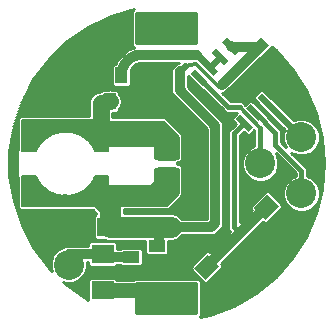
<source format=gtl>
G75*
%MOIN*%
%OFA0B0*%
%FSLAX25Y25*%
%IPPOS*%
%LPD*%
%AMOC8*
5,1,8,0,0,1.08239X$1,22.5*
%
%ADD10C,0.00500*%
%ADD11C,0.00160*%
%ADD12R,0.05000X0.05000*%
%ADD13C,0.00443*%
%ADD14R,0.03937X0.05512*%
%ADD15R,0.06299X0.05512*%
%ADD16C,0.10000*%
%ADD17R,0.05512X0.03937*%
%ADD18R,0.03543X0.06299*%
%ADD19R,0.03543X0.05118*%
%ADD20R,0.02165X0.05906*%
%ADD21R,0.07480X0.06299*%
%ADD22C,0.01000*%
%ADD23R,0.04156X0.04156*%
%ADD24OC8,0.04156*%
%ADD25C,0.05600*%
%ADD26C,0.07000*%
%ADD27C,0.02400*%
%ADD28C,0.03200*%
%ADD29C,0.01200*%
%ADD30C,0.01600*%
%ADD31R,0.03762X0.03762*%
%ADD32C,0.05000*%
D10*
X0059880Y0068630D02*
X0059880Y0078866D01*
X0064407Y0078866D01*
X0064770Y0077609D01*
X0065324Y0076424D01*
X0066058Y0075340D01*
X0066951Y0074384D01*
X0067983Y0073580D01*
X0069129Y0072947D01*
X0070359Y0072501D01*
X0071644Y0072253D01*
X0072951Y0072209D01*
X0074250Y0072370D01*
X0075556Y0072162D01*
X0076879Y0072170D01*
X0078182Y0072396D01*
X0079431Y0072832D01*
X0080591Y0073467D01*
X0081631Y0074284D01*
X0082523Y0075261D01*
X0083243Y0076371D01*
X0083771Y0077583D01*
X0084093Y0078866D01*
X0088620Y0078866D01*
X0088620Y0068630D01*
X0059880Y0068630D01*
X0059880Y0068870D02*
X0088620Y0068870D01*
X0088620Y0069369D02*
X0059880Y0069369D01*
X0059880Y0069868D02*
X0088620Y0069868D01*
X0088620Y0070366D02*
X0059880Y0070366D01*
X0059880Y0070865D02*
X0088620Y0070865D01*
X0088620Y0071363D02*
X0059880Y0071363D01*
X0059880Y0071862D02*
X0088620Y0071862D01*
X0088620Y0072360D02*
X0077975Y0072360D01*
X0079479Y0072859D02*
X0088620Y0072859D01*
X0088620Y0073357D02*
X0080389Y0073357D01*
X0081085Y0073856D02*
X0088620Y0073856D01*
X0088620Y0074354D02*
X0081694Y0074354D01*
X0082150Y0074853D02*
X0088620Y0074853D01*
X0088620Y0075351D02*
X0082581Y0075351D01*
X0082905Y0075850D02*
X0088620Y0075850D01*
X0088620Y0076348D02*
X0083228Y0076348D01*
X0083450Y0076847D02*
X0088620Y0076847D01*
X0088620Y0077345D02*
X0083667Y0077345D01*
X0083836Y0077844D02*
X0088620Y0077844D01*
X0088620Y0078342D02*
X0083961Y0078342D01*
X0084086Y0078841D02*
X0088620Y0078841D01*
X0088620Y0087134D02*
X0084093Y0087134D01*
X0083730Y0088391D01*
X0083176Y0089576D01*
X0082442Y0090660D01*
X0081549Y0091616D01*
X0080517Y0092420D01*
X0079371Y0093053D01*
X0078141Y0093499D01*
X0076856Y0093747D01*
X0075549Y0093791D01*
X0074250Y0093630D01*
X0072944Y0093838D01*
X0071621Y0093830D01*
X0070318Y0093604D01*
X0069069Y0093168D01*
X0067909Y0092533D01*
X0066869Y0091716D01*
X0065977Y0090739D01*
X0065257Y0089629D01*
X0064729Y0088417D01*
X0064407Y0087134D01*
X0059880Y0087134D01*
X0059880Y0097370D01*
X0088620Y0097370D01*
X0088620Y0087134D01*
X0088620Y0087315D02*
X0084040Y0087315D01*
X0083897Y0087814D02*
X0088620Y0087814D01*
X0088620Y0088312D02*
X0083753Y0088312D01*
X0083534Y0088811D02*
X0088620Y0088811D01*
X0088620Y0089309D02*
X0083301Y0089309D01*
X0083019Y0089808D02*
X0088620Y0089808D01*
X0088620Y0090306D02*
X0082682Y0090306D01*
X0082307Y0090805D02*
X0088620Y0090805D01*
X0088620Y0091303D02*
X0081841Y0091303D01*
X0081310Y0091802D02*
X0088620Y0091802D01*
X0088620Y0092301D02*
X0080670Y0092301D01*
X0079831Y0092799D02*
X0088620Y0092799D01*
X0088620Y0093298D02*
X0078697Y0093298D01*
X0073209Y0093796D02*
X0088620Y0093796D01*
X0088620Y0094295D02*
X0059880Y0094295D01*
X0059880Y0094793D02*
X0088620Y0094793D01*
X0088620Y0095292D02*
X0059880Y0095292D01*
X0059880Y0095790D02*
X0088620Y0095790D01*
X0088620Y0096289D02*
X0059880Y0096289D01*
X0059880Y0096787D02*
X0088620Y0096787D01*
X0088620Y0097286D02*
X0059880Y0097286D01*
X0059880Y0093796D02*
X0071427Y0093796D01*
X0069441Y0093298D02*
X0059880Y0093298D01*
X0059880Y0092799D02*
X0068396Y0092799D01*
X0067614Y0092301D02*
X0059880Y0092301D01*
X0059880Y0091802D02*
X0066979Y0091802D01*
X0066493Y0091303D02*
X0059880Y0091303D01*
X0059880Y0090805D02*
X0066037Y0090805D01*
X0065697Y0090306D02*
X0059880Y0090306D01*
X0059880Y0089808D02*
X0065373Y0089808D01*
X0065118Y0089309D02*
X0059880Y0089309D01*
X0059880Y0088811D02*
X0064901Y0088811D01*
X0064703Y0088312D02*
X0059880Y0088312D01*
X0059880Y0087814D02*
X0064578Y0087814D01*
X0064453Y0087315D02*
X0059880Y0087315D01*
X0059880Y0078841D02*
X0064415Y0078841D01*
X0064558Y0078342D02*
X0059880Y0078342D01*
X0059880Y0077844D02*
X0064702Y0077844D01*
X0064893Y0077345D02*
X0059880Y0077345D01*
X0059880Y0076847D02*
X0065126Y0076847D01*
X0065375Y0076348D02*
X0059880Y0076348D01*
X0059880Y0075850D02*
X0065713Y0075850D01*
X0066050Y0075351D02*
X0059880Y0075351D01*
X0059880Y0074853D02*
X0066513Y0074853D01*
X0066989Y0074354D02*
X0059880Y0074354D01*
X0059880Y0073856D02*
X0067629Y0073856D01*
X0068386Y0073357D02*
X0059880Y0073357D01*
X0059880Y0072859D02*
X0069372Y0072859D01*
X0071088Y0072360D02*
X0059880Y0072360D01*
X0074169Y0072360D02*
X0074313Y0072360D01*
D11*
X0085354Y0087643D02*
X0084027Y0087085D01*
X0083922Y0087323D01*
X0083810Y0087558D01*
X0083694Y0087790D01*
X0083571Y0088019D01*
X0083443Y0088245D01*
X0083309Y0088468D01*
X0083170Y0088688D01*
X0083026Y0088904D01*
X0082876Y0089117D01*
X0082722Y0089326D01*
X0082562Y0089531D01*
X0082397Y0089732D01*
X0082228Y0089929D01*
X0082054Y0090122D01*
X0081875Y0090310D01*
X0081691Y0090494D01*
X0081503Y0090674D01*
X0081311Y0090849D01*
X0081114Y0091019D01*
X0080914Y0091184D01*
X0080709Y0091345D01*
X0080501Y0091500D01*
X0080289Y0091650D01*
X0080073Y0091796D01*
X0079854Y0091935D01*
X0079632Y0092070D01*
X0079406Y0092198D01*
X0079177Y0092322D01*
X0078945Y0092440D01*
X0078711Y0092552D01*
X0078474Y0092658D01*
X0078234Y0092758D01*
X0077992Y0092853D01*
X0077747Y0092942D01*
X0077501Y0093024D01*
X0077253Y0093101D01*
X0077002Y0093171D01*
X0076751Y0093236D01*
X0076497Y0093294D01*
X0076243Y0093346D01*
X0075987Y0093392D01*
X0075730Y0093432D01*
X0075472Y0093465D01*
X0075213Y0093492D01*
X0074954Y0093513D01*
X0074695Y0093527D01*
X0074435Y0093535D01*
X0074175Y0093537D01*
X0073915Y0093532D01*
X0073656Y0093521D01*
X0073396Y0093504D01*
X0073137Y0093480D01*
X0072879Y0093450D01*
X0072622Y0093414D01*
X0072365Y0093372D01*
X0072110Y0093323D01*
X0071856Y0093268D01*
X0071603Y0093207D01*
X0071352Y0093140D01*
X0071103Y0093066D01*
X0070855Y0092987D01*
X0070610Y0092901D01*
X0070367Y0092810D01*
X0070125Y0092713D01*
X0069887Y0092610D01*
X0069651Y0092501D01*
X0069418Y0092386D01*
X0069187Y0092266D01*
X0068960Y0092140D01*
X0068736Y0092008D01*
X0068515Y0091872D01*
X0068297Y0091729D01*
X0068083Y0091582D01*
X0067873Y0091429D01*
X0067666Y0091272D01*
X0067463Y0091109D01*
X0067265Y0090941D01*
X0067070Y0090769D01*
X0066880Y0090592D01*
X0066694Y0090410D01*
X0066512Y0090224D01*
X0066336Y0090033D01*
X0066163Y0089839D01*
X0065996Y0089640D01*
X0065834Y0089437D01*
X0065676Y0089230D01*
X0065524Y0089019D01*
X0065377Y0088805D01*
X0065235Y0088587D01*
X0065099Y0088366D01*
X0064967Y0088142D01*
X0064842Y0087914D01*
X0064722Y0087683D01*
X0064608Y0087450D01*
X0064499Y0087214D01*
X0064396Y0086975D01*
X0063063Y0087518D01*
X0063179Y0087790D01*
X0063302Y0088058D01*
X0063432Y0088323D01*
X0063568Y0088585D01*
X0063710Y0088844D01*
X0063859Y0089099D01*
X0064014Y0089351D01*
X0064175Y0089598D01*
X0064342Y0089842D01*
X0064515Y0090081D01*
X0064693Y0090316D01*
X0064878Y0090547D01*
X0065068Y0090773D01*
X0065263Y0090994D01*
X0065464Y0091211D01*
X0065670Y0091422D01*
X0065881Y0091629D01*
X0066097Y0091830D01*
X0066318Y0092026D01*
X0066543Y0092217D01*
X0066773Y0092402D01*
X0067008Y0092581D01*
X0067247Y0092754D01*
X0067490Y0092922D01*
X0067737Y0093084D01*
X0067988Y0093239D01*
X0068243Y0093389D01*
X0068501Y0093532D01*
X0068763Y0093669D01*
X0069028Y0093799D01*
X0069296Y0093923D01*
X0069567Y0094040D01*
X0069841Y0094151D01*
X0070117Y0094255D01*
X0070396Y0094352D01*
X0070677Y0094442D01*
X0070960Y0094525D01*
X0071245Y0094602D01*
X0071532Y0094671D01*
X0071821Y0094734D01*
X0072111Y0094789D01*
X0072402Y0094837D01*
X0072695Y0094879D01*
X0072988Y0094913D01*
X0073282Y0094939D01*
X0073577Y0094959D01*
X0073872Y0094972D01*
X0074167Y0094977D01*
X0074462Y0094975D01*
X0074757Y0094966D01*
X0075052Y0094949D01*
X0075347Y0094926D01*
X0075640Y0094895D01*
X0075933Y0094857D01*
X0076225Y0094812D01*
X0076516Y0094760D01*
X0076805Y0094701D01*
X0077093Y0094635D01*
X0077379Y0094561D01*
X0077663Y0094481D01*
X0077945Y0094394D01*
X0078225Y0094300D01*
X0078502Y0094199D01*
X0078777Y0094092D01*
X0079050Y0093978D01*
X0079319Y0093857D01*
X0079586Y0093729D01*
X0079849Y0093596D01*
X0080109Y0093455D01*
X0080365Y0093309D01*
X0080618Y0093156D01*
X0080867Y0092997D01*
X0081112Y0092832D01*
X0081352Y0092662D01*
X0081589Y0092485D01*
X0081821Y0092303D01*
X0082049Y0092115D01*
X0082272Y0091921D01*
X0082490Y0091722D01*
X0082704Y0091518D01*
X0082912Y0091309D01*
X0083115Y0091095D01*
X0083313Y0090875D01*
X0083505Y0090651D01*
X0083692Y0090423D01*
X0083874Y0090190D01*
X0084049Y0089952D01*
X0084219Y0089711D01*
X0084383Y0089465D01*
X0084540Y0089215D01*
X0084692Y0088962D01*
X0084837Y0088705D01*
X0084976Y0088444D01*
X0085109Y0088181D01*
X0085235Y0087914D01*
X0085355Y0087644D01*
X0085215Y0087585D01*
X0085097Y0087852D01*
X0084973Y0088115D01*
X0084842Y0088376D01*
X0084704Y0088633D01*
X0084561Y0088887D01*
X0084411Y0089137D01*
X0084256Y0089384D01*
X0084094Y0089626D01*
X0083926Y0089865D01*
X0083753Y0090099D01*
X0083574Y0090329D01*
X0083389Y0090555D01*
X0083199Y0090776D01*
X0083004Y0090993D01*
X0082803Y0091204D01*
X0082598Y0091411D01*
X0082387Y0091612D01*
X0082171Y0091809D01*
X0081951Y0092000D01*
X0081726Y0092185D01*
X0081497Y0092365D01*
X0081263Y0092540D01*
X0081025Y0092708D01*
X0080783Y0092871D01*
X0080538Y0093028D01*
X0080288Y0093179D01*
X0080035Y0093324D01*
X0079778Y0093462D01*
X0079518Y0093594D01*
X0079255Y0093720D01*
X0078989Y0093839D01*
X0078720Y0093952D01*
X0078449Y0094058D01*
X0078175Y0094158D01*
X0077898Y0094250D01*
X0077620Y0094336D01*
X0077339Y0094416D01*
X0077057Y0094488D01*
X0076773Y0094553D01*
X0076487Y0094612D01*
X0076200Y0094663D01*
X0075912Y0094708D01*
X0075623Y0094745D01*
X0075333Y0094775D01*
X0075042Y0094799D01*
X0074751Y0094815D01*
X0074459Y0094824D01*
X0074168Y0094826D01*
X0073876Y0094821D01*
X0073585Y0094808D01*
X0073294Y0094789D01*
X0073004Y0094762D01*
X0072714Y0094729D01*
X0072425Y0094688D01*
X0072138Y0094640D01*
X0071851Y0094586D01*
X0071566Y0094524D01*
X0071283Y0094456D01*
X0071001Y0094380D01*
X0070722Y0094298D01*
X0070444Y0094209D01*
X0070169Y0094113D01*
X0069896Y0094010D01*
X0069625Y0093901D01*
X0069358Y0093785D01*
X0069093Y0093663D01*
X0068832Y0093534D01*
X0068573Y0093399D01*
X0068318Y0093258D01*
X0068067Y0093110D01*
X0067819Y0092957D01*
X0067575Y0092797D01*
X0067335Y0092632D01*
X0067099Y0092460D01*
X0066867Y0092283D01*
X0066640Y0092101D01*
X0066417Y0091912D01*
X0066199Y0091719D01*
X0065986Y0091520D01*
X0065777Y0091316D01*
X0065574Y0091107D01*
X0065376Y0090894D01*
X0065183Y0090675D01*
X0064995Y0090452D01*
X0064813Y0090224D01*
X0064637Y0089992D01*
X0064466Y0089755D01*
X0064301Y0089515D01*
X0064142Y0089271D01*
X0063989Y0089022D01*
X0063842Y0088770D01*
X0063702Y0088515D01*
X0063567Y0088256D01*
X0063439Y0087994D01*
X0063318Y0087729D01*
X0063202Y0087461D01*
X0063342Y0087404D01*
X0063456Y0087669D01*
X0063576Y0087931D01*
X0063702Y0088189D01*
X0063835Y0088445D01*
X0063974Y0088697D01*
X0064119Y0088945D01*
X0064270Y0089190D01*
X0064427Y0089432D01*
X0064590Y0089669D01*
X0064758Y0089903D01*
X0064933Y0090132D01*
X0065112Y0090357D01*
X0065298Y0090577D01*
X0065488Y0090793D01*
X0065684Y0091004D01*
X0065885Y0091210D01*
X0066090Y0091411D01*
X0066301Y0091608D01*
X0066516Y0091799D01*
X0066736Y0091984D01*
X0066961Y0092165D01*
X0067189Y0092339D01*
X0067422Y0092509D01*
X0067659Y0092672D01*
X0067900Y0092830D01*
X0068145Y0092981D01*
X0068393Y0093127D01*
X0068645Y0093266D01*
X0068900Y0093400D01*
X0069158Y0093527D01*
X0069420Y0093647D01*
X0069684Y0093762D01*
X0069951Y0093869D01*
X0070220Y0093971D01*
X0070492Y0094065D01*
X0070766Y0094153D01*
X0071042Y0094235D01*
X0071321Y0094309D01*
X0071600Y0094377D01*
X0071882Y0094438D01*
X0072164Y0094492D01*
X0072448Y0094539D01*
X0072733Y0094579D01*
X0073019Y0094612D01*
X0073306Y0094638D01*
X0073593Y0094658D01*
X0073881Y0094670D01*
X0074169Y0094675D01*
X0074457Y0094673D01*
X0074744Y0094664D01*
X0075032Y0094648D01*
X0075319Y0094625D01*
X0075605Y0094595D01*
X0075890Y0094558D01*
X0076175Y0094514D01*
X0076458Y0094464D01*
X0076740Y0094406D01*
X0077021Y0094341D01*
X0077300Y0094270D01*
X0077577Y0094192D01*
X0077852Y0094107D01*
X0078125Y0094015D01*
X0078395Y0093917D01*
X0078663Y0093812D01*
X0078929Y0093701D01*
X0079192Y0093583D01*
X0079451Y0093459D01*
X0079708Y0093328D01*
X0079961Y0093192D01*
X0080211Y0093049D01*
X0080458Y0092900D01*
X0080700Y0092745D01*
X0080939Y0092585D01*
X0081174Y0092418D01*
X0081405Y0092246D01*
X0081631Y0092068D01*
X0081853Y0091885D01*
X0082071Y0091696D01*
X0082283Y0091502D01*
X0082491Y0091303D01*
X0082694Y0091099D01*
X0082893Y0090891D01*
X0083085Y0090677D01*
X0083273Y0090459D01*
X0083455Y0090236D01*
X0083632Y0090009D01*
X0083803Y0089777D01*
X0083969Y0089542D01*
X0084128Y0089302D01*
X0084282Y0089059D01*
X0084430Y0088812D01*
X0084572Y0088561D01*
X0084707Y0088307D01*
X0084837Y0088050D01*
X0084960Y0087790D01*
X0085076Y0087527D01*
X0084937Y0087468D01*
X0084822Y0087728D01*
X0084700Y0087985D01*
X0084573Y0088239D01*
X0084439Y0088489D01*
X0084299Y0088737D01*
X0084153Y0088980D01*
X0084001Y0089221D01*
X0083844Y0089457D01*
X0083680Y0089690D01*
X0083511Y0089918D01*
X0083337Y0090142D01*
X0083157Y0090362D01*
X0082972Y0090578D01*
X0082781Y0090789D01*
X0082586Y0090995D01*
X0082385Y0091196D01*
X0082180Y0091392D01*
X0081970Y0091584D01*
X0081755Y0091770D01*
X0081536Y0091951D01*
X0081312Y0092126D01*
X0081085Y0092296D01*
X0080853Y0092461D01*
X0080617Y0092619D01*
X0080377Y0092772D01*
X0080134Y0092919D01*
X0079888Y0093060D01*
X0079637Y0093195D01*
X0079384Y0093324D01*
X0079128Y0093446D01*
X0078868Y0093562D01*
X0078606Y0093672D01*
X0078342Y0093776D01*
X0078075Y0093873D01*
X0077805Y0093963D01*
X0077534Y0094047D01*
X0077260Y0094124D01*
X0076985Y0094195D01*
X0076708Y0094258D01*
X0076430Y0094315D01*
X0076150Y0094365D01*
X0075869Y0094409D01*
X0075587Y0094445D01*
X0075305Y0094475D01*
X0075021Y0094497D01*
X0074738Y0094513D01*
X0074454Y0094522D01*
X0074170Y0094524D01*
X0073885Y0094519D01*
X0073602Y0094507D01*
X0073318Y0094488D01*
X0073035Y0094462D01*
X0072753Y0094429D01*
X0072471Y0094390D01*
X0072191Y0094343D01*
X0071912Y0094290D01*
X0071634Y0094230D01*
X0071358Y0094163D01*
X0071084Y0094089D01*
X0070811Y0094009D01*
X0070540Y0093922D01*
X0070272Y0093829D01*
X0070006Y0093729D01*
X0069743Y0093622D01*
X0069482Y0093510D01*
X0069224Y0093391D01*
X0068969Y0093265D01*
X0068717Y0093134D01*
X0068468Y0092996D01*
X0068223Y0092852D01*
X0067982Y0092702D01*
X0067744Y0092547D01*
X0067510Y0092386D01*
X0067280Y0092219D01*
X0067054Y0092046D01*
X0066833Y0091868D01*
X0066616Y0091685D01*
X0066403Y0091496D01*
X0066195Y0091303D01*
X0065992Y0091104D01*
X0065794Y0090900D01*
X0065600Y0090692D01*
X0065412Y0090479D01*
X0065230Y0090261D01*
X0065052Y0090040D01*
X0064880Y0089813D01*
X0064714Y0089583D01*
X0064553Y0089349D01*
X0064398Y0089110D01*
X0064249Y0088869D01*
X0064106Y0088623D01*
X0063969Y0088374D01*
X0063838Y0088122D01*
X0063713Y0087867D01*
X0063594Y0087609D01*
X0063482Y0087347D01*
X0063622Y0087290D01*
X0063733Y0087548D01*
X0063850Y0087803D01*
X0063973Y0088055D01*
X0064102Y0088304D01*
X0064238Y0088549D01*
X0064379Y0088792D01*
X0064526Y0089030D01*
X0064679Y0089265D01*
X0064838Y0089497D01*
X0065002Y0089724D01*
X0065172Y0089947D01*
X0065347Y0090166D01*
X0065527Y0090381D01*
X0065713Y0090591D01*
X0065904Y0090797D01*
X0066099Y0090998D01*
X0066300Y0091194D01*
X0066505Y0091385D01*
X0066715Y0091571D01*
X0066929Y0091752D01*
X0067148Y0091928D01*
X0067371Y0092098D01*
X0067598Y0092263D01*
X0067829Y0092422D01*
X0068063Y0092575D01*
X0068302Y0092723D01*
X0068544Y0092865D01*
X0068789Y0093001D01*
X0069038Y0093131D01*
X0069289Y0093254D01*
X0069544Y0093372D01*
X0069801Y0093483D01*
X0070061Y0093588D01*
X0070324Y0093687D01*
X0070589Y0093779D01*
X0070856Y0093865D01*
X0071125Y0093944D01*
X0071396Y0094017D01*
X0071668Y0094083D01*
X0071942Y0094142D01*
X0072218Y0094195D01*
X0072494Y0094240D01*
X0072772Y0094280D01*
X0073051Y0094312D01*
X0073330Y0094337D01*
X0073610Y0094356D01*
X0073890Y0094368D01*
X0074170Y0094373D01*
X0074451Y0094371D01*
X0074731Y0094362D01*
X0075011Y0094347D01*
X0075291Y0094324D01*
X0075570Y0094295D01*
X0075848Y0094259D01*
X0076125Y0094217D01*
X0076401Y0094167D01*
X0076676Y0094111D01*
X0076949Y0094048D01*
X0077221Y0093978D01*
X0077491Y0093902D01*
X0077759Y0093819D01*
X0078025Y0093730D01*
X0078288Y0093635D01*
X0078549Y0093532D01*
X0078808Y0093424D01*
X0079064Y0093309D01*
X0079317Y0093188D01*
X0079567Y0093061D01*
X0079814Y0092928D01*
X0080057Y0092789D01*
X0080297Y0092644D01*
X0080534Y0092493D01*
X0080767Y0092337D01*
X0080995Y0092174D01*
X0081220Y0092007D01*
X0081441Y0091834D01*
X0081657Y0091655D01*
X0081869Y0091471D01*
X0082076Y0091283D01*
X0082279Y0091089D01*
X0082477Y0090890D01*
X0082670Y0090687D01*
X0082858Y0090478D01*
X0083041Y0090266D01*
X0083218Y0090049D01*
X0083391Y0089827D01*
X0083557Y0089602D01*
X0083719Y0089372D01*
X0083874Y0089139D01*
X0084024Y0088902D01*
X0084168Y0088661D01*
X0084306Y0088417D01*
X0084438Y0088170D01*
X0084564Y0087919D01*
X0084684Y0087666D01*
X0084798Y0087409D01*
X0084659Y0087351D01*
X0084546Y0087604D01*
X0084428Y0087854D01*
X0084304Y0088101D01*
X0084173Y0088345D01*
X0084037Y0088586D01*
X0083895Y0088824D01*
X0083747Y0089058D01*
X0083593Y0089288D01*
X0083434Y0089514D01*
X0083270Y0089737D01*
X0083100Y0089955D01*
X0082924Y0090169D01*
X0082744Y0090379D01*
X0082559Y0090585D01*
X0082368Y0090785D01*
X0082173Y0090981D01*
X0081973Y0091173D01*
X0081768Y0091359D01*
X0081559Y0091540D01*
X0081346Y0091716D01*
X0081128Y0091887D01*
X0080906Y0092053D01*
X0080680Y0092213D01*
X0080451Y0092367D01*
X0080217Y0092516D01*
X0079980Y0092659D01*
X0079740Y0092796D01*
X0079497Y0092928D01*
X0079250Y0093053D01*
X0079000Y0093172D01*
X0078748Y0093286D01*
X0078492Y0093393D01*
X0078235Y0093493D01*
X0077975Y0093588D01*
X0077712Y0093676D01*
X0077448Y0093757D01*
X0077181Y0093833D01*
X0076913Y0093901D01*
X0076644Y0093963D01*
X0076372Y0094019D01*
X0076100Y0094068D01*
X0075827Y0094110D01*
X0075552Y0094145D01*
X0075277Y0094174D01*
X0075001Y0094196D01*
X0074725Y0094211D01*
X0074448Y0094220D01*
X0074171Y0094222D01*
X0073895Y0094217D01*
X0073618Y0094205D01*
X0073342Y0094187D01*
X0073066Y0094162D01*
X0072791Y0094130D01*
X0072517Y0094091D01*
X0072244Y0094046D01*
X0071973Y0093994D01*
X0071702Y0093936D01*
X0071433Y0093870D01*
X0071166Y0093799D01*
X0070900Y0093721D01*
X0070637Y0093636D01*
X0070375Y0093545D01*
X0070116Y0093448D01*
X0069860Y0093344D01*
X0069606Y0093234D01*
X0069355Y0093118D01*
X0069106Y0092996D01*
X0068861Y0092868D01*
X0068619Y0092734D01*
X0068380Y0092594D01*
X0068145Y0092448D01*
X0067913Y0092297D01*
X0067685Y0092140D01*
X0067461Y0091977D01*
X0067241Y0091809D01*
X0067026Y0091636D01*
X0066814Y0091457D01*
X0066607Y0091274D01*
X0066405Y0091085D01*
X0066207Y0090892D01*
X0066014Y0090693D01*
X0065825Y0090491D01*
X0065642Y0090283D01*
X0065464Y0090071D01*
X0065291Y0089855D01*
X0065124Y0089635D01*
X0064962Y0089410D01*
X0064805Y0089182D01*
X0064654Y0088950D01*
X0064509Y0088715D01*
X0064369Y0088476D01*
X0064236Y0088233D01*
X0064108Y0087988D01*
X0063987Y0087739D01*
X0063871Y0087488D01*
X0063762Y0087234D01*
X0063902Y0087177D01*
X0064010Y0087427D01*
X0064124Y0087675D01*
X0064244Y0087921D01*
X0064369Y0088163D01*
X0064501Y0088402D01*
X0064639Y0088638D01*
X0064782Y0088870D01*
X0064931Y0089099D01*
X0065086Y0089324D01*
X0065246Y0089546D01*
X0065411Y0089763D01*
X0065581Y0089976D01*
X0065757Y0090185D01*
X0065938Y0090390D01*
X0066124Y0090590D01*
X0066314Y0090786D01*
X0066509Y0090976D01*
X0066709Y0091162D01*
X0066913Y0091344D01*
X0067122Y0091520D01*
X0067335Y0091691D01*
X0067552Y0091856D01*
X0067773Y0092017D01*
X0067998Y0092172D01*
X0068226Y0092321D01*
X0068458Y0092465D01*
X0068694Y0092603D01*
X0068933Y0092735D01*
X0069175Y0092862D01*
X0069420Y0092982D01*
X0069668Y0093097D01*
X0069918Y0093205D01*
X0070172Y0093307D01*
X0070427Y0093403D01*
X0070685Y0093493D01*
X0070945Y0093576D01*
X0071207Y0093654D01*
X0071471Y0093724D01*
X0071736Y0093788D01*
X0072003Y0093846D01*
X0072271Y0093897D01*
X0072540Y0093942D01*
X0072811Y0093980D01*
X0073082Y0094011D01*
X0073354Y0094036D01*
X0073626Y0094054D01*
X0073899Y0094066D01*
X0074172Y0094071D01*
X0074445Y0094069D01*
X0074718Y0094061D01*
X0074991Y0094045D01*
X0075263Y0094024D01*
X0075534Y0093995D01*
X0075805Y0093960D01*
X0076075Y0093919D01*
X0076344Y0093871D01*
X0076611Y0093816D01*
X0076877Y0093755D01*
X0077142Y0093687D01*
X0077405Y0093613D01*
X0077666Y0093532D01*
X0077924Y0093445D01*
X0078181Y0093352D01*
X0078435Y0093253D01*
X0078687Y0093147D01*
X0078936Y0093036D01*
X0079183Y0092918D01*
X0079426Y0092794D01*
X0079666Y0092665D01*
X0079904Y0092529D01*
X0080137Y0092388D01*
X0080367Y0092241D01*
X0080594Y0092089D01*
X0080817Y0091931D01*
X0081036Y0091768D01*
X0081250Y0091599D01*
X0081461Y0091425D01*
X0081667Y0091247D01*
X0081869Y0091063D01*
X0082067Y0090874D01*
X0082259Y0090681D01*
X0082447Y0090482D01*
X0082630Y0090280D01*
X0082808Y0090073D01*
X0082981Y0089862D01*
X0083149Y0089646D01*
X0083311Y0089427D01*
X0083468Y0089203D01*
X0083620Y0088976D01*
X0083766Y0088745D01*
X0083906Y0088511D01*
X0084041Y0088273D01*
X0084169Y0088033D01*
X0084292Y0087789D01*
X0084409Y0087542D01*
X0084519Y0087292D01*
X0084380Y0087234D01*
X0084271Y0087480D01*
X0084156Y0087723D01*
X0084035Y0087964D01*
X0083908Y0088202D01*
X0083775Y0088436D01*
X0083637Y0088667D01*
X0083493Y0088895D01*
X0083343Y0089119D01*
X0083188Y0089339D01*
X0083028Y0089556D01*
X0082863Y0089768D01*
X0082692Y0089976D01*
X0082516Y0090181D01*
X0082336Y0090380D01*
X0082151Y0090576D01*
X0081960Y0090767D01*
X0081766Y0090953D01*
X0081567Y0091134D01*
X0081363Y0091310D01*
X0081155Y0091482D01*
X0080943Y0091648D01*
X0080727Y0091809D01*
X0080508Y0091965D01*
X0080284Y0092115D01*
X0080057Y0092260D01*
X0079827Y0092399D01*
X0079593Y0092533D01*
X0079356Y0092661D01*
X0079116Y0092783D01*
X0078873Y0092899D01*
X0078627Y0093009D01*
X0078378Y0093113D01*
X0078128Y0093211D01*
X0077874Y0093303D01*
X0077619Y0093389D01*
X0077362Y0093468D01*
X0077102Y0093541D01*
X0076842Y0093608D01*
X0076579Y0093668D01*
X0076315Y0093722D01*
X0076050Y0093770D01*
X0075784Y0093811D01*
X0075517Y0093845D01*
X0075249Y0093873D01*
X0074980Y0093895D01*
X0074712Y0093910D01*
X0074442Y0093918D01*
X0074173Y0093920D01*
X0073904Y0093915D01*
X0073635Y0093904D01*
X0073366Y0093886D01*
X0073098Y0093861D01*
X0072830Y0093830D01*
X0072563Y0093793D01*
X0072298Y0093749D01*
X0072033Y0093698D01*
X0071770Y0093641D01*
X0071508Y0093578D01*
X0071248Y0093508D01*
X0070990Y0093432D01*
X0070733Y0093350D01*
X0070479Y0093261D01*
X0070227Y0093167D01*
X0069977Y0093066D01*
X0069730Y0092959D01*
X0069485Y0092846D01*
X0069243Y0092727D01*
X0069005Y0092602D01*
X0068769Y0092472D01*
X0068537Y0092336D01*
X0068308Y0092194D01*
X0068082Y0092047D01*
X0067861Y0091894D01*
X0067643Y0091736D01*
X0067429Y0091572D01*
X0067219Y0091404D01*
X0067013Y0091230D01*
X0066811Y0091051D01*
X0066614Y0090868D01*
X0066421Y0090679D01*
X0066234Y0090486D01*
X0066050Y0090289D01*
X0065872Y0090087D01*
X0065699Y0089881D01*
X0065530Y0089671D01*
X0065367Y0089456D01*
X0065210Y0089238D01*
X0065057Y0089016D01*
X0064910Y0088790D01*
X0064769Y0088561D01*
X0064633Y0088328D01*
X0064503Y0088093D01*
X0064379Y0087854D01*
X0064260Y0087612D01*
X0064148Y0087367D01*
X0064041Y0087120D01*
X0064181Y0087063D01*
X0064286Y0087307D01*
X0064397Y0087548D01*
X0064514Y0087786D01*
X0064637Y0088022D01*
X0064765Y0088255D01*
X0064899Y0088484D01*
X0065038Y0088710D01*
X0065183Y0088933D01*
X0065334Y0089152D01*
X0065489Y0089367D01*
X0065650Y0089578D01*
X0065816Y0089786D01*
X0065987Y0089989D01*
X0066163Y0090188D01*
X0066343Y0090383D01*
X0066529Y0090573D01*
X0066719Y0090759D01*
X0066913Y0090940D01*
X0067112Y0091116D01*
X0067315Y0091287D01*
X0067522Y0091454D01*
X0067733Y0091615D01*
X0067948Y0091771D01*
X0068167Y0091922D01*
X0068389Y0092067D01*
X0068615Y0092207D01*
X0068844Y0092341D01*
X0069077Y0092470D01*
X0069312Y0092593D01*
X0069551Y0092710D01*
X0069792Y0092821D01*
X0070035Y0092927D01*
X0070282Y0093026D01*
X0070530Y0093119D01*
X0070781Y0093207D01*
X0071034Y0093288D01*
X0071289Y0093363D01*
X0071546Y0093432D01*
X0071804Y0093494D01*
X0072063Y0093550D01*
X0072324Y0093600D01*
X0072586Y0093643D01*
X0072849Y0093680D01*
X0073113Y0093711D01*
X0073378Y0093735D01*
X0073643Y0093753D01*
X0073908Y0093764D01*
X0074174Y0093769D01*
X0074439Y0093767D01*
X0074705Y0093759D01*
X0074970Y0093744D01*
X0075235Y0093723D01*
X0075499Y0093695D01*
X0075763Y0093661D01*
X0076025Y0093621D01*
X0076287Y0093574D01*
X0076547Y0093521D01*
X0076806Y0093461D01*
X0077063Y0093395D01*
X0077319Y0093323D01*
X0077572Y0093245D01*
X0077824Y0093160D01*
X0078074Y0093070D01*
X0078321Y0092973D01*
X0078566Y0092870D01*
X0078809Y0092762D01*
X0079048Y0092647D01*
X0079285Y0092527D01*
X0079519Y0092401D01*
X0079750Y0092269D01*
X0079977Y0092132D01*
X0080201Y0091989D01*
X0080421Y0091841D01*
X0080638Y0091687D01*
X0080851Y0091529D01*
X0081060Y0091365D01*
X0081265Y0091196D01*
X0081466Y0091022D01*
X0081662Y0090843D01*
X0081854Y0090659D01*
X0082042Y0090471D01*
X0082225Y0090278D01*
X0082403Y0090081D01*
X0082576Y0089880D01*
X0082744Y0089674D01*
X0082907Y0089465D01*
X0083065Y0089251D01*
X0083218Y0089034D01*
X0083366Y0088813D01*
X0083508Y0088589D01*
X0083644Y0088361D01*
X0083775Y0088130D01*
X0083900Y0087895D01*
X0084020Y0087658D01*
X0084133Y0087418D01*
X0084241Y0087175D01*
X0084102Y0087117D01*
X0083996Y0087356D01*
X0083884Y0087593D01*
X0083766Y0087827D01*
X0083642Y0088058D01*
X0083513Y0088286D01*
X0083379Y0088510D01*
X0083238Y0088732D01*
X0083093Y0088950D01*
X0082942Y0089164D01*
X0082787Y0089374D01*
X0082626Y0089581D01*
X0082460Y0089784D01*
X0082289Y0089982D01*
X0082113Y0090176D01*
X0081933Y0090366D01*
X0081748Y0090552D01*
X0081559Y0090733D01*
X0081365Y0090909D01*
X0081167Y0091081D01*
X0080965Y0091247D01*
X0080759Y0091409D01*
X0080549Y0091566D01*
X0080335Y0091717D01*
X0080118Y0091863D01*
X0079897Y0092004D01*
X0079673Y0092139D01*
X0079445Y0092269D01*
X0079215Y0092393D01*
X0078981Y0092512D01*
X0078745Y0092625D01*
X0078506Y0092732D01*
X0078264Y0092833D01*
X0078020Y0092929D01*
X0077774Y0093018D01*
X0077526Y0093101D01*
X0077276Y0093179D01*
X0077024Y0093250D01*
X0076770Y0093315D01*
X0076515Y0093373D01*
X0076258Y0093426D01*
X0076000Y0093472D01*
X0075741Y0093512D01*
X0075481Y0093545D01*
X0075221Y0093573D01*
X0074960Y0093594D01*
X0074698Y0093608D01*
X0074437Y0093616D01*
X0074175Y0093618D01*
X0073913Y0093613D01*
X0073651Y0093602D01*
X0073390Y0093585D01*
X0073129Y0093561D01*
X0072869Y0093531D01*
X0072609Y0093494D01*
X0072351Y0093451D01*
X0072094Y0093402D01*
X0071838Y0093347D01*
X0071583Y0093285D01*
X0071330Y0093218D01*
X0071079Y0093144D01*
X0070829Y0093064D01*
X0070582Y0092978D01*
X0070337Y0092885D01*
X0070094Y0092787D01*
X0069854Y0092683D01*
X0069616Y0092574D01*
X0069381Y0092458D01*
X0069149Y0092337D01*
X0068919Y0092210D01*
X0068694Y0092078D01*
X0068471Y0091940D01*
X0068252Y0091796D01*
X0068036Y0091648D01*
X0067824Y0091494D01*
X0067616Y0091335D01*
X0067411Y0091171D01*
X0067211Y0091002D01*
X0067015Y0090829D01*
X0066824Y0090650D01*
X0066636Y0090467D01*
X0066453Y0090279D01*
X0066275Y0090087D01*
X0066102Y0089891D01*
X0065933Y0089691D01*
X0065770Y0089486D01*
X0065611Y0089278D01*
X0065458Y0089066D01*
X0065309Y0088850D01*
X0065166Y0088630D01*
X0065029Y0088407D01*
X0064897Y0088181D01*
X0064770Y0087952D01*
X0064649Y0087719D01*
X0064534Y0087484D01*
X0064425Y0087246D01*
X0064321Y0087006D01*
X0063146Y0078357D02*
X0064473Y0078915D01*
X0064578Y0078677D01*
X0064690Y0078442D01*
X0064806Y0078210D01*
X0064929Y0077981D01*
X0065057Y0077755D01*
X0065191Y0077532D01*
X0065330Y0077312D01*
X0065474Y0077096D01*
X0065624Y0076883D01*
X0065778Y0076674D01*
X0065938Y0076469D01*
X0066103Y0076268D01*
X0066272Y0076071D01*
X0066446Y0075878D01*
X0066625Y0075690D01*
X0066809Y0075506D01*
X0066997Y0075326D01*
X0067189Y0075151D01*
X0067386Y0074981D01*
X0067586Y0074816D01*
X0067791Y0074655D01*
X0067999Y0074500D01*
X0068211Y0074350D01*
X0068427Y0074204D01*
X0068646Y0074065D01*
X0068868Y0073930D01*
X0069094Y0073802D01*
X0069323Y0073678D01*
X0069555Y0073560D01*
X0069789Y0073448D01*
X0070026Y0073342D01*
X0070266Y0073242D01*
X0070508Y0073147D01*
X0070753Y0073058D01*
X0070999Y0072976D01*
X0071247Y0072899D01*
X0071498Y0072829D01*
X0071749Y0072764D01*
X0072003Y0072706D01*
X0072257Y0072654D01*
X0072513Y0072608D01*
X0072770Y0072568D01*
X0073028Y0072535D01*
X0073287Y0072508D01*
X0073546Y0072487D01*
X0073805Y0072473D01*
X0074065Y0072465D01*
X0074325Y0072463D01*
X0074585Y0072468D01*
X0074844Y0072479D01*
X0075104Y0072496D01*
X0075363Y0072520D01*
X0075621Y0072550D01*
X0075878Y0072586D01*
X0076135Y0072628D01*
X0076390Y0072677D01*
X0076644Y0072732D01*
X0076897Y0072793D01*
X0077148Y0072860D01*
X0077397Y0072934D01*
X0077645Y0073013D01*
X0077890Y0073099D01*
X0078133Y0073190D01*
X0078375Y0073287D01*
X0078613Y0073390D01*
X0078849Y0073499D01*
X0079082Y0073614D01*
X0079313Y0073734D01*
X0079540Y0073860D01*
X0079764Y0073992D01*
X0079985Y0074128D01*
X0080203Y0074271D01*
X0080417Y0074418D01*
X0080627Y0074571D01*
X0080834Y0074728D01*
X0081037Y0074891D01*
X0081235Y0075059D01*
X0081430Y0075231D01*
X0081620Y0075408D01*
X0081806Y0075590D01*
X0081988Y0075776D01*
X0082164Y0075967D01*
X0082337Y0076161D01*
X0082504Y0076360D01*
X0082666Y0076563D01*
X0082824Y0076770D01*
X0082976Y0076981D01*
X0083123Y0077195D01*
X0083265Y0077413D01*
X0083401Y0077634D01*
X0083533Y0077858D01*
X0083658Y0078086D01*
X0083778Y0078317D01*
X0083892Y0078550D01*
X0084001Y0078786D01*
X0084104Y0079025D01*
X0085437Y0078482D01*
X0085321Y0078210D01*
X0085198Y0077942D01*
X0085068Y0077677D01*
X0084932Y0077415D01*
X0084790Y0077156D01*
X0084641Y0076901D01*
X0084486Y0076649D01*
X0084325Y0076402D01*
X0084158Y0076158D01*
X0083985Y0075919D01*
X0083807Y0075684D01*
X0083622Y0075453D01*
X0083432Y0075227D01*
X0083237Y0075006D01*
X0083036Y0074789D01*
X0082830Y0074578D01*
X0082619Y0074371D01*
X0082403Y0074170D01*
X0082182Y0073974D01*
X0081957Y0073783D01*
X0081727Y0073598D01*
X0081492Y0073419D01*
X0081253Y0073246D01*
X0081010Y0073078D01*
X0080763Y0072916D01*
X0080512Y0072761D01*
X0080257Y0072611D01*
X0079999Y0072468D01*
X0079737Y0072331D01*
X0079472Y0072201D01*
X0079204Y0072077D01*
X0078933Y0071960D01*
X0078659Y0071849D01*
X0078383Y0071745D01*
X0078104Y0071648D01*
X0077823Y0071558D01*
X0077540Y0071475D01*
X0077255Y0071398D01*
X0076968Y0071329D01*
X0076679Y0071266D01*
X0076389Y0071211D01*
X0076098Y0071163D01*
X0075805Y0071121D01*
X0075512Y0071087D01*
X0075218Y0071061D01*
X0074923Y0071041D01*
X0074628Y0071028D01*
X0074333Y0071023D01*
X0074038Y0071025D01*
X0073743Y0071034D01*
X0073448Y0071051D01*
X0073153Y0071074D01*
X0072860Y0071105D01*
X0072567Y0071143D01*
X0072275Y0071188D01*
X0071984Y0071240D01*
X0071695Y0071299D01*
X0071407Y0071365D01*
X0071121Y0071439D01*
X0070837Y0071519D01*
X0070555Y0071606D01*
X0070275Y0071700D01*
X0069998Y0071801D01*
X0069723Y0071908D01*
X0069450Y0072022D01*
X0069181Y0072143D01*
X0068914Y0072271D01*
X0068651Y0072404D01*
X0068391Y0072545D01*
X0068135Y0072691D01*
X0067882Y0072844D01*
X0067633Y0073003D01*
X0067388Y0073168D01*
X0067148Y0073338D01*
X0066911Y0073515D01*
X0066679Y0073697D01*
X0066451Y0073885D01*
X0066228Y0074079D01*
X0066010Y0074278D01*
X0065796Y0074482D01*
X0065588Y0074691D01*
X0065385Y0074905D01*
X0065187Y0075125D01*
X0064995Y0075349D01*
X0064808Y0075577D01*
X0064626Y0075810D01*
X0064451Y0076048D01*
X0064281Y0076289D01*
X0064117Y0076535D01*
X0063960Y0076785D01*
X0063808Y0077038D01*
X0063663Y0077295D01*
X0063524Y0077556D01*
X0063391Y0077819D01*
X0063265Y0078086D01*
X0063145Y0078356D01*
X0063285Y0078415D01*
X0063403Y0078148D01*
X0063527Y0077885D01*
X0063658Y0077624D01*
X0063796Y0077367D01*
X0063939Y0077113D01*
X0064089Y0076863D01*
X0064244Y0076616D01*
X0064406Y0076374D01*
X0064574Y0076135D01*
X0064747Y0075901D01*
X0064926Y0075671D01*
X0065111Y0075445D01*
X0065301Y0075224D01*
X0065496Y0075007D01*
X0065697Y0074796D01*
X0065902Y0074589D01*
X0066113Y0074388D01*
X0066329Y0074191D01*
X0066549Y0074000D01*
X0066774Y0073815D01*
X0067003Y0073635D01*
X0067237Y0073460D01*
X0067475Y0073292D01*
X0067717Y0073129D01*
X0067962Y0072972D01*
X0068212Y0072821D01*
X0068465Y0072676D01*
X0068722Y0072538D01*
X0068982Y0072406D01*
X0069245Y0072280D01*
X0069511Y0072161D01*
X0069780Y0072048D01*
X0070051Y0071942D01*
X0070325Y0071842D01*
X0070602Y0071750D01*
X0070880Y0071664D01*
X0071161Y0071584D01*
X0071443Y0071512D01*
X0071727Y0071447D01*
X0072013Y0071388D01*
X0072300Y0071337D01*
X0072588Y0071292D01*
X0072877Y0071255D01*
X0073167Y0071225D01*
X0073458Y0071201D01*
X0073749Y0071185D01*
X0074041Y0071176D01*
X0074332Y0071174D01*
X0074624Y0071179D01*
X0074915Y0071192D01*
X0075206Y0071211D01*
X0075496Y0071238D01*
X0075786Y0071271D01*
X0076075Y0071312D01*
X0076362Y0071360D01*
X0076649Y0071414D01*
X0076934Y0071476D01*
X0077217Y0071544D01*
X0077499Y0071620D01*
X0077778Y0071702D01*
X0078056Y0071791D01*
X0078331Y0071887D01*
X0078604Y0071990D01*
X0078875Y0072099D01*
X0079142Y0072215D01*
X0079407Y0072337D01*
X0079668Y0072466D01*
X0079927Y0072601D01*
X0080182Y0072742D01*
X0080433Y0072890D01*
X0080681Y0073043D01*
X0080925Y0073203D01*
X0081165Y0073368D01*
X0081401Y0073540D01*
X0081633Y0073717D01*
X0081860Y0073899D01*
X0082083Y0074088D01*
X0082301Y0074281D01*
X0082514Y0074480D01*
X0082723Y0074684D01*
X0082926Y0074893D01*
X0083124Y0075106D01*
X0083317Y0075325D01*
X0083505Y0075548D01*
X0083687Y0075776D01*
X0083863Y0076008D01*
X0084034Y0076245D01*
X0084199Y0076485D01*
X0084358Y0076729D01*
X0084511Y0076978D01*
X0084658Y0077230D01*
X0084798Y0077485D01*
X0084933Y0077744D01*
X0085061Y0078006D01*
X0085182Y0078271D01*
X0085298Y0078539D01*
X0085158Y0078596D01*
X0085044Y0078331D01*
X0084924Y0078069D01*
X0084798Y0077811D01*
X0084665Y0077555D01*
X0084526Y0077303D01*
X0084381Y0077055D01*
X0084230Y0076810D01*
X0084073Y0076568D01*
X0083910Y0076331D01*
X0083742Y0076097D01*
X0083567Y0075868D01*
X0083388Y0075643D01*
X0083202Y0075423D01*
X0083012Y0075207D01*
X0082816Y0074996D01*
X0082615Y0074790D01*
X0082410Y0074589D01*
X0082199Y0074392D01*
X0081984Y0074201D01*
X0081764Y0074016D01*
X0081539Y0073835D01*
X0081311Y0073661D01*
X0081078Y0073491D01*
X0080841Y0073328D01*
X0080600Y0073170D01*
X0080355Y0073019D01*
X0080107Y0072873D01*
X0079855Y0072734D01*
X0079600Y0072600D01*
X0079342Y0072473D01*
X0079080Y0072353D01*
X0078816Y0072238D01*
X0078549Y0072131D01*
X0078280Y0072029D01*
X0078008Y0071935D01*
X0077734Y0071847D01*
X0077458Y0071765D01*
X0077179Y0071691D01*
X0076900Y0071623D01*
X0076618Y0071562D01*
X0076336Y0071508D01*
X0076052Y0071461D01*
X0075767Y0071421D01*
X0075481Y0071388D01*
X0075194Y0071362D01*
X0074907Y0071342D01*
X0074619Y0071330D01*
X0074331Y0071325D01*
X0074043Y0071327D01*
X0073756Y0071336D01*
X0073468Y0071352D01*
X0073181Y0071375D01*
X0072895Y0071405D01*
X0072610Y0071442D01*
X0072325Y0071486D01*
X0072042Y0071536D01*
X0071760Y0071594D01*
X0071479Y0071659D01*
X0071200Y0071730D01*
X0070923Y0071808D01*
X0070648Y0071893D01*
X0070375Y0071985D01*
X0070105Y0072083D01*
X0069837Y0072188D01*
X0069571Y0072299D01*
X0069308Y0072417D01*
X0069049Y0072541D01*
X0068792Y0072672D01*
X0068539Y0072808D01*
X0068289Y0072951D01*
X0068042Y0073100D01*
X0067800Y0073255D01*
X0067561Y0073415D01*
X0067326Y0073582D01*
X0067095Y0073754D01*
X0066869Y0073932D01*
X0066647Y0074115D01*
X0066429Y0074304D01*
X0066217Y0074498D01*
X0066009Y0074697D01*
X0065806Y0074901D01*
X0065607Y0075109D01*
X0065415Y0075323D01*
X0065227Y0075541D01*
X0065045Y0075764D01*
X0064868Y0075991D01*
X0064697Y0076223D01*
X0064531Y0076458D01*
X0064372Y0076698D01*
X0064218Y0076941D01*
X0064070Y0077188D01*
X0063928Y0077439D01*
X0063793Y0077693D01*
X0063663Y0077950D01*
X0063540Y0078210D01*
X0063424Y0078473D01*
X0063563Y0078532D01*
X0063678Y0078272D01*
X0063800Y0078015D01*
X0063927Y0077761D01*
X0064061Y0077511D01*
X0064201Y0077263D01*
X0064347Y0077020D01*
X0064499Y0076779D01*
X0064656Y0076543D01*
X0064820Y0076310D01*
X0064989Y0076082D01*
X0065163Y0075858D01*
X0065343Y0075638D01*
X0065528Y0075422D01*
X0065719Y0075211D01*
X0065914Y0075005D01*
X0066115Y0074804D01*
X0066320Y0074608D01*
X0066530Y0074416D01*
X0066745Y0074230D01*
X0066964Y0074049D01*
X0067188Y0073874D01*
X0067415Y0073704D01*
X0067647Y0073539D01*
X0067883Y0073381D01*
X0068123Y0073228D01*
X0068366Y0073081D01*
X0068612Y0072940D01*
X0068863Y0072805D01*
X0069116Y0072676D01*
X0069372Y0072554D01*
X0069632Y0072438D01*
X0069894Y0072328D01*
X0070158Y0072224D01*
X0070425Y0072127D01*
X0070695Y0072037D01*
X0070966Y0071953D01*
X0071240Y0071876D01*
X0071515Y0071805D01*
X0071792Y0071742D01*
X0072070Y0071685D01*
X0072350Y0071635D01*
X0072631Y0071591D01*
X0072913Y0071555D01*
X0073195Y0071525D01*
X0073479Y0071503D01*
X0073762Y0071487D01*
X0074046Y0071478D01*
X0074330Y0071476D01*
X0074615Y0071481D01*
X0074898Y0071493D01*
X0075182Y0071512D01*
X0075465Y0071538D01*
X0075747Y0071571D01*
X0076029Y0071610D01*
X0076309Y0071657D01*
X0076588Y0071710D01*
X0076866Y0071770D01*
X0077142Y0071837D01*
X0077416Y0071911D01*
X0077689Y0071991D01*
X0077960Y0072078D01*
X0078228Y0072171D01*
X0078494Y0072271D01*
X0078757Y0072378D01*
X0079018Y0072490D01*
X0079276Y0072609D01*
X0079531Y0072735D01*
X0079783Y0072866D01*
X0080032Y0073004D01*
X0080277Y0073148D01*
X0080518Y0073298D01*
X0080756Y0073453D01*
X0080990Y0073614D01*
X0081220Y0073781D01*
X0081446Y0073954D01*
X0081667Y0074132D01*
X0081884Y0074315D01*
X0082097Y0074504D01*
X0082305Y0074697D01*
X0082508Y0074896D01*
X0082706Y0075100D01*
X0082900Y0075308D01*
X0083088Y0075521D01*
X0083270Y0075739D01*
X0083448Y0075960D01*
X0083620Y0076187D01*
X0083786Y0076417D01*
X0083947Y0076651D01*
X0084102Y0076890D01*
X0084251Y0077131D01*
X0084394Y0077377D01*
X0084531Y0077626D01*
X0084662Y0077878D01*
X0084787Y0078133D01*
X0084906Y0078391D01*
X0085018Y0078653D01*
X0084878Y0078710D01*
X0084767Y0078452D01*
X0084650Y0078197D01*
X0084527Y0077945D01*
X0084398Y0077696D01*
X0084262Y0077451D01*
X0084121Y0077208D01*
X0083974Y0076970D01*
X0083821Y0076735D01*
X0083662Y0076503D01*
X0083498Y0076276D01*
X0083328Y0076053D01*
X0083153Y0075834D01*
X0082973Y0075619D01*
X0082787Y0075409D01*
X0082596Y0075203D01*
X0082401Y0075002D01*
X0082200Y0074806D01*
X0081995Y0074615D01*
X0081785Y0074429D01*
X0081571Y0074248D01*
X0081352Y0074072D01*
X0081129Y0073902D01*
X0080902Y0073737D01*
X0080671Y0073578D01*
X0080437Y0073425D01*
X0080198Y0073277D01*
X0079956Y0073135D01*
X0079711Y0072999D01*
X0079462Y0072869D01*
X0079211Y0072746D01*
X0078956Y0072628D01*
X0078699Y0072517D01*
X0078439Y0072412D01*
X0078176Y0072313D01*
X0077911Y0072221D01*
X0077644Y0072135D01*
X0077375Y0072056D01*
X0077104Y0071983D01*
X0076832Y0071917D01*
X0076558Y0071858D01*
X0076282Y0071805D01*
X0076006Y0071760D01*
X0075728Y0071720D01*
X0075449Y0071688D01*
X0075170Y0071663D01*
X0074890Y0071644D01*
X0074610Y0071632D01*
X0074330Y0071627D01*
X0074049Y0071629D01*
X0073769Y0071638D01*
X0073489Y0071653D01*
X0073209Y0071676D01*
X0072930Y0071705D01*
X0072652Y0071741D01*
X0072375Y0071783D01*
X0072099Y0071833D01*
X0071824Y0071889D01*
X0071551Y0071952D01*
X0071279Y0072022D01*
X0071009Y0072098D01*
X0070741Y0072181D01*
X0070475Y0072270D01*
X0070212Y0072365D01*
X0069951Y0072468D01*
X0069692Y0072576D01*
X0069436Y0072691D01*
X0069183Y0072812D01*
X0068933Y0072939D01*
X0068686Y0073072D01*
X0068443Y0073211D01*
X0068203Y0073356D01*
X0067966Y0073507D01*
X0067733Y0073663D01*
X0067505Y0073826D01*
X0067280Y0073993D01*
X0067059Y0074166D01*
X0066843Y0074345D01*
X0066631Y0074529D01*
X0066424Y0074717D01*
X0066221Y0074911D01*
X0066023Y0075110D01*
X0065830Y0075313D01*
X0065642Y0075522D01*
X0065459Y0075734D01*
X0065282Y0075951D01*
X0065109Y0076173D01*
X0064943Y0076398D01*
X0064781Y0076628D01*
X0064626Y0076861D01*
X0064476Y0077098D01*
X0064332Y0077339D01*
X0064194Y0077583D01*
X0064062Y0077830D01*
X0063936Y0078081D01*
X0063816Y0078334D01*
X0063702Y0078591D01*
X0063841Y0078649D01*
X0063954Y0078396D01*
X0064072Y0078146D01*
X0064196Y0077899D01*
X0064327Y0077655D01*
X0064463Y0077414D01*
X0064605Y0077176D01*
X0064753Y0076942D01*
X0064907Y0076712D01*
X0065066Y0076486D01*
X0065230Y0076263D01*
X0065400Y0076045D01*
X0065576Y0075831D01*
X0065756Y0075621D01*
X0065941Y0075415D01*
X0066132Y0075215D01*
X0066327Y0075019D01*
X0066527Y0074827D01*
X0066732Y0074641D01*
X0066941Y0074460D01*
X0067154Y0074284D01*
X0067372Y0074113D01*
X0067594Y0073947D01*
X0067820Y0073787D01*
X0068049Y0073633D01*
X0068283Y0073484D01*
X0068520Y0073341D01*
X0068760Y0073204D01*
X0069003Y0073072D01*
X0069250Y0072947D01*
X0069500Y0072828D01*
X0069752Y0072714D01*
X0070008Y0072607D01*
X0070265Y0072507D01*
X0070525Y0072412D01*
X0070788Y0072324D01*
X0071052Y0072243D01*
X0071319Y0072167D01*
X0071587Y0072099D01*
X0071856Y0072037D01*
X0072128Y0071981D01*
X0072400Y0071932D01*
X0072673Y0071890D01*
X0072948Y0071855D01*
X0073223Y0071826D01*
X0073499Y0071804D01*
X0073775Y0071789D01*
X0074052Y0071780D01*
X0074329Y0071778D01*
X0074605Y0071783D01*
X0074882Y0071795D01*
X0075158Y0071813D01*
X0075434Y0071838D01*
X0075709Y0071870D01*
X0075983Y0071909D01*
X0076256Y0071954D01*
X0076527Y0072006D01*
X0076798Y0072064D01*
X0077067Y0072130D01*
X0077334Y0072201D01*
X0077600Y0072279D01*
X0077863Y0072364D01*
X0078125Y0072455D01*
X0078384Y0072552D01*
X0078640Y0072656D01*
X0078894Y0072766D01*
X0079145Y0072882D01*
X0079394Y0073004D01*
X0079639Y0073132D01*
X0079881Y0073266D01*
X0080120Y0073406D01*
X0080355Y0073552D01*
X0080587Y0073703D01*
X0080815Y0073860D01*
X0081039Y0074023D01*
X0081259Y0074191D01*
X0081474Y0074364D01*
X0081686Y0074543D01*
X0081893Y0074726D01*
X0082095Y0074915D01*
X0082293Y0075108D01*
X0082486Y0075307D01*
X0082675Y0075509D01*
X0082858Y0075717D01*
X0083036Y0075929D01*
X0083209Y0076145D01*
X0083376Y0076365D01*
X0083538Y0076590D01*
X0083695Y0076818D01*
X0083846Y0077050D01*
X0083991Y0077285D01*
X0084131Y0077524D01*
X0084264Y0077767D01*
X0084392Y0078012D01*
X0084513Y0078261D01*
X0084629Y0078512D01*
X0084738Y0078766D01*
X0084598Y0078823D01*
X0084490Y0078573D01*
X0084376Y0078325D01*
X0084256Y0078079D01*
X0084131Y0077837D01*
X0083999Y0077598D01*
X0083861Y0077362D01*
X0083718Y0077130D01*
X0083569Y0076901D01*
X0083414Y0076676D01*
X0083254Y0076454D01*
X0083089Y0076237D01*
X0082919Y0076024D01*
X0082743Y0075815D01*
X0082562Y0075610D01*
X0082376Y0075410D01*
X0082186Y0075214D01*
X0081991Y0075024D01*
X0081791Y0074838D01*
X0081587Y0074656D01*
X0081378Y0074480D01*
X0081165Y0074309D01*
X0080948Y0074144D01*
X0080727Y0073983D01*
X0080502Y0073828D01*
X0080274Y0073679D01*
X0080042Y0073535D01*
X0079806Y0073397D01*
X0079567Y0073265D01*
X0079325Y0073138D01*
X0079080Y0073018D01*
X0078832Y0072903D01*
X0078582Y0072795D01*
X0078328Y0072693D01*
X0078073Y0072597D01*
X0077815Y0072507D01*
X0077555Y0072424D01*
X0077293Y0072346D01*
X0077029Y0072276D01*
X0076764Y0072212D01*
X0076497Y0072154D01*
X0076229Y0072103D01*
X0075960Y0072058D01*
X0075689Y0072020D01*
X0075418Y0071989D01*
X0075146Y0071964D01*
X0074874Y0071946D01*
X0074601Y0071934D01*
X0074328Y0071929D01*
X0074055Y0071931D01*
X0073782Y0071939D01*
X0073509Y0071955D01*
X0073237Y0071976D01*
X0072966Y0072005D01*
X0072695Y0072040D01*
X0072425Y0072081D01*
X0072156Y0072129D01*
X0071889Y0072184D01*
X0071623Y0072245D01*
X0071358Y0072313D01*
X0071095Y0072387D01*
X0070834Y0072468D01*
X0070576Y0072555D01*
X0070319Y0072648D01*
X0070065Y0072747D01*
X0069813Y0072853D01*
X0069564Y0072964D01*
X0069317Y0073082D01*
X0069074Y0073206D01*
X0068834Y0073335D01*
X0068596Y0073471D01*
X0068363Y0073612D01*
X0068133Y0073759D01*
X0067906Y0073911D01*
X0067683Y0074069D01*
X0067464Y0074232D01*
X0067250Y0074401D01*
X0067039Y0074575D01*
X0066833Y0074753D01*
X0066631Y0074937D01*
X0066433Y0075126D01*
X0066241Y0075319D01*
X0066053Y0075518D01*
X0065870Y0075720D01*
X0065692Y0075927D01*
X0065519Y0076138D01*
X0065351Y0076354D01*
X0065189Y0076573D01*
X0065032Y0076797D01*
X0064880Y0077024D01*
X0064734Y0077255D01*
X0064594Y0077489D01*
X0064459Y0077727D01*
X0064331Y0077967D01*
X0064208Y0078211D01*
X0064091Y0078458D01*
X0063981Y0078708D01*
X0064120Y0078766D01*
X0064229Y0078520D01*
X0064344Y0078277D01*
X0064465Y0078036D01*
X0064592Y0077798D01*
X0064725Y0077564D01*
X0064863Y0077333D01*
X0065007Y0077105D01*
X0065157Y0076881D01*
X0065312Y0076661D01*
X0065472Y0076444D01*
X0065637Y0076232D01*
X0065808Y0076024D01*
X0065984Y0075819D01*
X0066164Y0075620D01*
X0066349Y0075424D01*
X0066540Y0075233D01*
X0066734Y0075047D01*
X0066933Y0074866D01*
X0067137Y0074690D01*
X0067345Y0074518D01*
X0067557Y0074352D01*
X0067773Y0074191D01*
X0067992Y0074035D01*
X0068216Y0073885D01*
X0068443Y0073740D01*
X0068673Y0073601D01*
X0068907Y0073467D01*
X0069144Y0073339D01*
X0069384Y0073217D01*
X0069627Y0073101D01*
X0069873Y0072991D01*
X0070122Y0072887D01*
X0070372Y0072789D01*
X0070626Y0072697D01*
X0070881Y0072611D01*
X0071138Y0072532D01*
X0071398Y0072459D01*
X0071658Y0072392D01*
X0071921Y0072332D01*
X0072185Y0072278D01*
X0072450Y0072230D01*
X0072716Y0072189D01*
X0072983Y0072155D01*
X0073251Y0072127D01*
X0073520Y0072105D01*
X0073788Y0072090D01*
X0074058Y0072082D01*
X0074327Y0072080D01*
X0074596Y0072085D01*
X0074865Y0072096D01*
X0075134Y0072114D01*
X0075402Y0072139D01*
X0075670Y0072170D01*
X0075937Y0072207D01*
X0076202Y0072251D01*
X0076467Y0072302D01*
X0076730Y0072359D01*
X0076992Y0072422D01*
X0077252Y0072492D01*
X0077510Y0072568D01*
X0077767Y0072650D01*
X0078021Y0072739D01*
X0078273Y0072833D01*
X0078523Y0072934D01*
X0078770Y0073041D01*
X0079015Y0073154D01*
X0079257Y0073273D01*
X0079495Y0073398D01*
X0079731Y0073528D01*
X0079963Y0073664D01*
X0080192Y0073806D01*
X0080418Y0073953D01*
X0080639Y0074106D01*
X0080857Y0074264D01*
X0081071Y0074428D01*
X0081281Y0074596D01*
X0081487Y0074770D01*
X0081689Y0074949D01*
X0081886Y0075132D01*
X0082079Y0075321D01*
X0082266Y0075514D01*
X0082450Y0075711D01*
X0082628Y0075913D01*
X0082801Y0076119D01*
X0082970Y0076329D01*
X0083133Y0076544D01*
X0083290Y0076762D01*
X0083443Y0076984D01*
X0083590Y0077210D01*
X0083731Y0077439D01*
X0083867Y0077672D01*
X0083997Y0077907D01*
X0084121Y0078146D01*
X0084240Y0078388D01*
X0084352Y0078633D01*
X0084459Y0078880D01*
X0084319Y0078937D01*
X0084214Y0078693D01*
X0084103Y0078452D01*
X0083986Y0078214D01*
X0083863Y0077978D01*
X0083735Y0077745D01*
X0083601Y0077516D01*
X0083462Y0077290D01*
X0083317Y0077067D01*
X0083166Y0076848D01*
X0083011Y0076633D01*
X0082850Y0076422D01*
X0082684Y0076214D01*
X0082513Y0076011D01*
X0082337Y0075812D01*
X0082157Y0075617D01*
X0081971Y0075427D01*
X0081781Y0075241D01*
X0081587Y0075060D01*
X0081388Y0074884D01*
X0081185Y0074713D01*
X0080978Y0074546D01*
X0080767Y0074385D01*
X0080552Y0074229D01*
X0080333Y0074078D01*
X0080111Y0073933D01*
X0079885Y0073793D01*
X0079656Y0073659D01*
X0079423Y0073530D01*
X0079188Y0073407D01*
X0078949Y0073290D01*
X0078708Y0073179D01*
X0078465Y0073073D01*
X0078218Y0072974D01*
X0077970Y0072881D01*
X0077719Y0072793D01*
X0077466Y0072712D01*
X0077211Y0072637D01*
X0076954Y0072568D01*
X0076696Y0072506D01*
X0076437Y0072450D01*
X0076176Y0072400D01*
X0075914Y0072357D01*
X0075651Y0072320D01*
X0075387Y0072289D01*
X0075122Y0072265D01*
X0074857Y0072247D01*
X0074592Y0072236D01*
X0074326Y0072231D01*
X0074061Y0072233D01*
X0073795Y0072241D01*
X0073530Y0072256D01*
X0073265Y0072277D01*
X0073001Y0072305D01*
X0072737Y0072339D01*
X0072475Y0072379D01*
X0072213Y0072426D01*
X0071953Y0072479D01*
X0071694Y0072539D01*
X0071437Y0072605D01*
X0071181Y0072677D01*
X0070928Y0072755D01*
X0070676Y0072840D01*
X0070426Y0072930D01*
X0070179Y0073027D01*
X0069934Y0073130D01*
X0069691Y0073238D01*
X0069452Y0073353D01*
X0069215Y0073473D01*
X0068981Y0073599D01*
X0068750Y0073731D01*
X0068523Y0073868D01*
X0068299Y0074011D01*
X0068079Y0074159D01*
X0067862Y0074313D01*
X0067649Y0074471D01*
X0067440Y0074635D01*
X0067235Y0074804D01*
X0067034Y0074978D01*
X0066838Y0075157D01*
X0066646Y0075341D01*
X0066458Y0075529D01*
X0066275Y0075722D01*
X0066097Y0075919D01*
X0065924Y0076120D01*
X0065756Y0076326D01*
X0065593Y0076535D01*
X0065435Y0076749D01*
X0065282Y0076966D01*
X0065134Y0077187D01*
X0064992Y0077411D01*
X0064856Y0077639D01*
X0064725Y0077870D01*
X0064600Y0078105D01*
X0064480Y0078342D01*
X0064367Y0078582D01*
X0064259Y0078825D01*
X0064398Y0078883D01*
X0064504Y0078644D01*
X0064616Y0078407D01*
X0064734Y0078173D01*
X0064858Y0077942D01*
X0064987Y0077714D01*
X0065121Y0077490D01*
X0065262Y0077268D01*
X0065407Y0077050D01*
X0065558Y0076836D01*
X0065713Y0076626D01*
X0065874Y0076419D01*
X0066040Y0076216D01*
X0066211Y0076018D01*
X0066387Y0075824D01*
X0066567Y0075634D01*
X0066752Y0075448D01*
X0066941Y0075267D01*
X0067135Y0075091D01*
X0067333Y0074919D01*
X0067535Y0074753D01*
X0067741Y0074591D01*
X0067951Y0074434D01*
X0068165Y0074283D01*
X0068382Y0074137D01*
X0068603Y0073996D01*
X0068827Y0073861D01*
X0069055Y0073731D01*
X0069285Y0073607D01*
X0069519Y0073488D01*
X0069755Y0073375D01*
X0069994Y0073268D01*
X0070236Y0073167D01*
X0070480Y0073071D01*
X0070726Y0072982D01*
X0070974Y0072899D01*
X0071224Y0072821D01*
X0071476Y0072750D01*
X0071730Y0072685D01*
X0071985Y0072627D01*
X0072242Y0072574D01*
X0072500Y0072528D01*
X0072759Y0072488D01*
X0073019Y0072455D01*
X0073279Y0072427D01*
X0073540Y0072406D01*
X0073802Y0072392D01*
X0074063Y0072384D01*
X0074325Y0072382D01*
X0074587Y0072387D01*
X0074849Y0072398D01*
X0075110Y0072415D01*
X0075371Y0072439D01*
X0075631Y0072469D01*
X0075891Y0072506D01*
X0076149Y0072549D01*
X0076406Y0072598D01*
X0076662Y0072653D01*
X0076917Y0072715D01*
X0077170Y0072782D01*
X0077421Y0072856D01*
X0077671Y0072936D01*
X0077918Y0073022D01*
X0078163Y0073115D01*
X0078406Y0073213D01*
X0078646Y0073317D01*
X0078884Y0073426D01*
X0079119Y0073542D01*
X0079351Y0073663D01*
X0079581Y0073790D01*
X0079806Y0073922D01*
X0080029Y0074060D01*
X0080248Y0074204D01*
X0080464Y0074352D01*
X0080676Y0074506D01*
X0080884Y0074665D01*
X0081089Y0074829D01*
X0081289Y0074998D01*
X0081485Y0075171D01*
X0081676Y0075350D01*
X0081864Y0075533D01*
X0082047Y0075721D01*
X0082225Y0075913D01*
X0082398Y0076109D01*
X0082567Y0076309D01*
X0082730Y0076514D01*
X0082889Y0076722D01*
X0083042Y0076934D01*
X0083191Y0077150D01*
X0083334Y0077370D01*
X0083471Y0077593D01*
X0083603Y0077819D01*
X0083730Y0078048D01*
X0083851Y0078281D01*
X0083966Y0078516D01*
X0084075Y0078754D01*
X0084179Y0078994D01*
D12*
X0086061Y0071189D03*
X0086061Y0094811D03*
D13*
X0110732Y0085535D02*
X0110732Y0084205D01*
X0105268Y0084205D01*
X0105268Y0085535D01*
X0110732Y0085535D01*
X0110732Y0084647D02*
X0105268Y0084647D01*
X0105268Y0085089D02*
X0110732Y0085089D01*
X0110732Y0085531D02*
X0105268Y0085531D01*
X0110732Y0081795D02*
X0110732Y0080465D01*
X0105268Y0080465D01*
X0105268Y0081795D01*
X0110732Y0081795D01*
X0110732Y0080907D02*
X0105268Y0080907D01*
X0105268Y0081349D02*
X0110732Y0081349D01*
X0110732Y0081791D02*
X0105268Y0081791D01*
D14*
X0089250Y0103669D03*
X0085510Y0112331D03*
X0092990Y0112331D03*
D15*
G36*
X0145521Y0068725D02*
X0141069Y0064273D01*
X0137171Y0068171D01*
X0141623Y0072623D01*
X0145521Y0068725D01*
G37*
G36*
X0153873Y0060373D02*
X0149421Y0055921D01*
X0145523Y0059819D01*
X0149975Y0064271D01*
X0153873Y0060373D01*
G37*
G36*
X0133829Y0040329D02*
X0129377Y0035877D01*
X0125479Y0039775D01*
X0129931Y0044227D01*
X0133829Y0040329D01*
G37*
G36*
X0125477Y0048681D02*
X0121025Y0044229D01*
X0117127Y0048127D01*
X0121579Y0052579D01*
X0125477Y0048681D01*
G37*
D16*
X0153000Y0073000D03*
X0139250Y0083000D03*
X0153000Y0091750D03*
X0075500Y0116750D03*
X0075500Y0049250D03*
D17*
X0096169Y0051750D03*
X0104831Y0055490D03*
X0104831Y0048010D03*
D18*
X0086602Y0061750D03*
X0074398Y0061750D03*
D19*
G36*
X0143838Y0113544D02*
X0141334Y0116048D01*
X0144952Y0119666D01*
X0147456Y0117162D01*
X0143838Y0113544D01*
G37*
G36*
X0138548Y0118834D02*
X0136044Y0121338D01*
X0139662Y0124956D01*
X0142166Y0122452D01*
X0138548Y0118834D01*
G37*
D20*
G36*
X0126684Y0123392D02*
X0128215Y0124923D01*
X0132390Y0120748D01*
X0130859Y0119217D01*
X0126684Y0123392D01*
G37*
G36*
X0123148Y0119856D02*
X0124679Y0121387D01*
X0128854Y0117212D01*
X0127323Y0115681D01*
X0123148Y0119856D01*
G37*
G36*
X0119613Y0116321D02*
X0121144Y0117852D01*
X0125319Y0113677D01*
X0123788Y0112146D01*
X0119613Y0116321D01*
G37*
G36*
X0116077Y0112785D02*
X0117608Y0114316D01*
X0121783Y0110141D01*
X0120252Y0108610D01*
X0116077Y0112785D01*
G37*
G36*
X0134646Y0101288D02*
X0136177Y0102819D01*
X0140352Y0098644D01*
X0138821Y0097113D01*
X0134646Y0101288D01*
G37*
G36*
X0138181Y0104823D02*
X0139712Y0106354D01*
X0143887Y0102179D01*
X0142356Y0100648D01*
X0138181Y0104823D01*
G37*
G36*
X0141717Y0108359D02*
X0143248Y0109890D01*
X0147423Y0105715D01*
X0145892Y0104184D01*
X0141717Y0108359D01*
G37*
G36*
X0131110Y0097752D02*
X0132641Y0099283D01*
X0136816Y0095108D01*
X0135285Y0093577D01*
X0131110Y0097752D01*
G37*
D21*
X0086750Y0052852D03*
X0086750Y0040648D03*
D22*
X0069758Y0047173D02*
X0068703Y0048186D01*
X0063628Y0054941D01*
X0059701Y0062422D01*
X0057026Y0070436D01*
X0055670Y0078775D01*
X0055670Y0087224D01*
X0057026Y0095564D01*
X0059701Y0103578D01*
X0063628Y0111059D01*
X0068703Y0117814D01*
X0074797Y0123667D01*
X0081750Y0128466D01*
X0089383Y0132088D01*
X0097045Y0134308D01*
X0096400Y0133663D01*
X0096400Y0122337D01*
X0097179Y0121558D01*
X0095488Y0121008D01*
X0093023Y0119217D01*
X0093023Y0119217D01*
X0091232Y0116752D01*
X0091048Y0116187D01*
X0090566Y0116187D01*
X0089922Y0115542D01*
X0089922Y0109119D01*
X0090566Y0108475D01*
X0095414Y0108475D01*
X0096059Y0109119D01*
X0096059Y0113965D01*
X0096150Y0114246D01*
X0096926Y0115314D01*
X0097994Y0116090D01*
X0099249Y0116498D01*
X0099909Y0116550D01*
X0112047Y0116550D01*
X0111811Y0116314D01*
X0110846Y0115914D01*
X0110086Y0115154D01*
X0109675Y0114162D01*
X0109675Y0106838D01*
X0110086Y0105846D01*
X0110846Y0105086D01*
X0121550Y0094382D01*
X0121550Y0064450D01*
X0113173Y0064450D01*
X0111974Y0065650D01*
X0110283Y0066350D01*
X0093850Y0066350D01*
X0093850Y0067650D01*
X0108663Y0067650D01*
X0109600Y0068587D01*
X0109600Y0068587D01*
X0113350Y0072337D01*
X0113350Y0081775D01*
X0112413Y0082712D01*
X0111682Y0082712D01*
X0111394Y0083000D01*
X0111682Y0083288D01*
X0112413Y0083288D01*
X0113350Y0084225D01*
X0113350Y0092413D01*
X0112413Y0093350D01*
X0107413Y0098350D01*
X0089961Y0098350D01*
X0089961Y0099813D01*
X0091674Y0099813D01*
X0092318Y0100458D01*
X0092318Y0101231D01*
X0092948Y0102208D01*
X0093226Y0103735D01*
X0092898Y0105251D01*
X0092318Y0106089D01*
X0092318Y0106881D01*
X0091674Y0107525D01*
X0089844Y0107525D01*
X0089185Y0107645D01*
X0088629Y0107525D01*
X0086826Y0107525D01*
X0086329Y0107028D01*
X0085645Y0106880D01*
X0085285Y0106880D01*
X0084894Y0106718D01*
X0084479Y0106629D01*
X0084184Y0106424D01*
X0083852Y0106287D01*
X0083552Y0105987D01*
X0083203Y0105745D01*
X0083009Y0105444D01*
X0082755Y0105189D01*
X0082593Y0104798D01*
X0082363Y0104441D01*
X0082299Y0104088D01*
X0082161Y0103756D01*
X0082161Y0103332D01*
X0082085Y0102915D01*
X0082161Y0102564D01*
X0082161Y0098720D01*
X0059321Y0098720D01*
X0058530Y0097929D01*
X0058530Y0087444D01*
X0058250Y0087164D01*
X0058250Y0078836D01*
X0058530Y0078556D01*
X0058530Y0068071D01*
X0059321Y0067280D01*
X0083465Y0067280D01*
X0084650Y0066095D01*
X0084650Y0066000D01*
X0084375Y0066000D01*
X0083731Y0065355D01*
X0083731Y0058145D01*
X0084375Y0057500D01*
X0087489Y0057500D01*
X0088335Y0057150D01*
X0100975Y0057150D01*
X0100975Y0053066D01*
X0101619Y0052422D01*
X0108042Y0052422D01*
X0108687Y0053066D01*
X0108687Y0057150D01*
X0110283Y0057150D01*
X0111974Y0057850D01*
X0113173Y0059050D01*
X0123537Y0059050D01*
X0124529Y0059461D01*
X0125289Y0060221D01*
X0126539Y0061471D01*
X0126950Y0062463D01*
X0126950Y0096037D01*
X0126539Y0097029D01*
X0125779Y0097789D01*
X0115075Y0108493D01*
X0115075Y0112232D01*
X0119797Y0107510D01*
X0120197Y0107510D01*
X0126743Y0100963D01*
X0127856Y0099850D01*
X0131652Y0099850D01*
X0130010Y0098208D01*
X0130010Y0097297D01*
X0131076Y0096230D01*
X0129713Y0094867D01*
X0128600Y0093754D01*
X0128600Y0060963D01*
X0129321Y0060242D01*
X0122398Y0053318D01*
X0122036Y0053680D01*
X0121125Y0053680D01*
X0116026Y0048581D01*
X0116026Y0047670D01*
X0120568Y0043128D01*
X0121479Y0043128D01*
X0126578Y0048227D01*
X0126578Y0049138D01*
X0126216Y0049500D01*
X0133479Y0056762D01*
X0140250Y0063534D01*
X0140612Y0063172D01*
X0141523Y0063172D01*
X0146622Y0068271D01*
X0146622Y0069182D01*
X0142080Y0073724D01*
X0141169Y0073724D01*
X0136070Y0068625D01*
X0136070Y0067714D01*
X0136432Y0067352D01*
X0132400Y0063320D01*
X0132400Y0092180D01*
X0133763Y0093543D01*
X0134830Y0092477D01*
X0135741Y0092477D01*
X0137350Y0094086D01*
X0137350Y0088816D01*
X0135795Y0088171D01*
X0134079Y0086455D01*
X0133150Y0084213D01*
X0133150Y0081787D01*
X0134079Y0079545D01*
X0135795Y0077829D01*
X0138037Y0076900D01*
X0140463Y0076900D01*
X0142705Y0077829D01*
X0144421Y0079545D01*
X0145350Y0081787D01*
X0145350Y0084213D01*
X0144466Y0086347D01*
X0151100Y0079713D01*
X0151100Y0078816D01*
X0149545Y0078171D01*
X0147829Y0076455D01*
X0146900Y0074213D01*
X0146900Y0071787D01*
X0147829Y0069545D01*
X0149545Y0067829D01*
X0151787Y0066900D01*
X0154213Y0066900D01*
X0156455Y0067829D01*
X0158171Y0069545D01*
X0159100Y0071787D01*
X0159100Y0074213D01*
X0158171Y0076455D01*
X0156455Y0078171D01*
X0154900Y0078816D01*
X0154900Y0081287D01*
X0153787Y0082400D01*
X0149653Y0086534D01*
X0151787Y0085650D01*
X0154213Y0085650D01*
X0156455Y0086579D01*
X0158171Y0088295D01*
X0159100Y0090537D01*
X0159100Y0092963D01*
X0158171Y0095205D01*
X0156455Y0096921D01*
X0154213Y0097850D01*
X0151787Y0097850D01*
X0150580Y0097350D01*
X0141966Y0105810D01*
X0141814Y0105808D01*
X0140168Y0107455D01*
X0139256Y0107455D01*
X0137081Y0105279D01*
X0137081Y0104368D01*
X0138741Y0102707D01*
X0138743Y0102528D01*
X0147357Y0094068D01*
X0146900Y0092963D01*
X0146900Y0090537D01*
X0147784Y0088403D01*
X0146150Y0090037D01*
X0146150Y0094001D01*
X0145037Y0095114D01*
X0141452Y0098699D01*
X0141452Y0099099D01*
X0136632Y0103919D01*
X0135721Y0103919D01*
X0134275Y0102473D01*
X0134275Y0102537D01*
X0133162Y0103650D01*
X0129430Y0103650D01*
X0126530Y0106550D01*
X0126998Y0106550D01*
X0127990Y0106961D01*
X0138761Y0117732D01*
X0139004Y0117732D01*
X0143139Y0121867D01*
X0144368Y0120863D01*
X0149971Y0114539D01*
X0154486Y0107398D01*
X0157798Y0099625D01*
X0157798Y0099625D01*
X0159820Y0091422D01*
X0160500Y0083000D01*
X0159820Y0074578D01*
X0157798Y0066375D01*
X0154486Y0058602D01*
X0149971Y0051461D01*
X0144368Y0045137D01*
X0137823Y0039793D01*
X0130506Y0035569D01*
X0122606Y0032573D01*
X0119125Y0031862D01*
X0119600Y0032337D01*
X0119600Y0043663D01*
X0118663Y0044600D01*
X0097337Y0044600D01*
X0096985Y0044248D01*
X0091590Y0044248D01*
X0091590Y0044253D01*
X0090946Y0044897D01*
X0082554Y0044897D01*
X0081910Y0044253D01*
X0081910Y0037458D01*
X0081750Y0037534D01*
X0074797Y0042333D01*
X0073688Y0043398D01*
X0074287Y0043150D01*
X0076713Y0043150D01*
X0078955Y0044079D01*
X0080671Y0045795D01*
X0081600Y0048037D01*
X0081600Y0050152D01*
X0081910Y0050152D01*
X0081910Y0049247D01*
X0082554Y0048603D01*
X0090946Y0048603D01*
X0091393Y0049050D01*
X0092589Y0049050D01*
X0092958Y0048681D01*
X0099381Y0048681D01*
X0100025Y0049326D01*
X0100025Y0054174D01*
X0099381Y0054818D01*
X0092958Y0054818D01*
X0092589Y0054450D01*
X0091590Y0054450D01*
X0091590Y0056458D01*
X0090946Y0057102D01*
X0082554Y0057102D01*
X0081910Y0056458D01*
X0081910Y0055552D01*
X0074963Y0055552D01*
X0074474Y0055350D01*
X0074287Y0055350D01*
X0072045Y0054421D01*
X0070329Y0052705D01*
X0069400Y0050463D01*
X0066992Y0050463D01*
X0066242Y0051461D02*
X0069813Y0051461D01*
X0069400Y0050463D02*
X0069400Y0048037D01*
X0069758Y0047173D01*
X0069636Y0047467D02*
X0069452Y0047467D01*
X0069400Y0048466D02*
X0068493Y0048466D01*
X0067743Y0049464D02*
X0069400Y0049464D01*
X0070227Y0052460D02*
X0065492Y0052460D01*
X0064741Y0053458D02*
X0071082Y0053458D01*
X0072130Y0054457D02*
X0063991Y0054457D01*
X0063357Y0055455D02*
X0074729Y0055455D01*
X0081910Y0056454D02*
X0062833Y0056454D01*
X0062309Y0057452D02*
X0087605Y0057452D01*
X0083731Y0058451D02*
X0061785Y0058451D01*
X0061261Y0059449D02*
X0083731Y0059449D01*
X0083731Y0060448D02*
X0060737Y0060448D01*
X0060213Y0061446D02*
X0083731Y0061446D01*
X0083731Y0062445D02*
X0059693Y0062445D01*
X0059360Y0063443D02*
X0083731Y0063443D01*
X0083731Y0064442D02*
X0059027Y0064442D01*
X0058693Y0065440D02*
X0083816Y0065440D01*
X0084306Y0066439D02*
X0058360Y0066439D01*
X0058027Y0067437D02*
X0059163Y0067437D01*
X0058530Y0068436D02*
X0057693Y0068436D01*
X0057360Y0069434D02*
X0058530Y0069434D01*
X0058530Y0070433D02*
X0057027Y0070433D01*
X0056864Y0071432D02*
X0058530Y0071432D01*
X0058530Y0072430D02*
X0056701Y0072430D01*
X0056539Y0073429D02*
X0058530Y0073429D01*
X0058530Y0074427D02*
X0056377Y0074427D01*
X0056215Y0075426D02*
X0058530Y0075426D01*
X0058530Y0076424D02*
X0056052Y0076424D01*
X0055890Y0077423D02*
X0058530Y0077423D01*
X0058530Y0078421D02*
X0055728Y0078421D01*
X0055670Y0079420D02*
X0058250Y0079420D01*
X0058250Y0080418D02*
X0055670Y0080418D01*
X0055670Y0081417D02*
X0058250Y0081417D01*
X0058250Y0082415D02*
X0055670Y0082415D01*
X0055670Y0083414D02*
X0058250Y0083414D01*
X0058250Y0084412D02*
X0055670Y0084412D01*
X0055670Y0085411D02*
X0058250Y0085411D01*
X0058250Y0086409D02*
X0055670Y0086409D01*
X0055700Y0087408D02*
X0058493Y0087408D01*
X0058530Y0088406D02*
X0055862Y0088406D01*
X0056025Y0089405D02*
X0058530Y0089405D01*
X0058530Y0090403D02*
X0056187Y0090403D01*
X0056349Y0091402D02*
X0058530Y0091402D01*
X0058530Y0092400D02*
X0056511Y0092400D01*
X0056674Y0093399D02*
X0058530Y0093399D01*
X0058530Y0094397D02*
X0056836Y0094397D01*
X0056998Y0095396D02*
X0058530Y0095396D01*
X0058530Y0096394D02*
X0057303Y0096394D01*
X0057636Y0097393D02*
X0058530Y0097393D01*
X0058992Y0098391D02*
X0057969Y0098391D01*
X0058303Y0099390D02*
X0082161Y0099390D01*
X0082161Y0100388D02*
X0058636Y0100388D01*
X0058969Y0101387D02*
X0082161Y0101387D01*
X0082161Y0102385D02*
X0059303Y0102385D01*
X0059636Y0103384D02*
X0082161Y0103384D01*
X0082352Y0104382D02*
X0060123Y0104382D01*
X0060647Y0105381D02*
X0082946Y0105381D01*
X0084076Y0106379D02*
X0061171Y0106379D01*
X0061695Y0107378D02*
X0086679Y0107378D01*
X0089922Y0109375D02*
X0062743Y0109375D01*
X0062219Y0108376D02*
X0109675Y0108376D01*
X0109675Y0107378D02*
X0091821Y0107378D01*
X0092318Y0106379D02*
X0109865Y0106379D01*
X0110551Y0105381D02*
X0092808Y0105381D01*
X0093086Y0104382D02*
X0111549Y0104382D01*
X0112548Y0103384D02*
X0093162Y0103384D01*
X0092980Y0102385D02*
X0113546Y0102385D01*
X0114545Y0101387D02*
X0092419Y0101387D01*
X0092249Y0100388D02*
X0115543Y0100388D01*
X0116542Y0099390D02*
X0089961Y0099390D01*
X0089961Y0098391D02*
X0117540Y0098391D01*
X0118539Y0097393D02*
X0108370Y0097393D01*
X0109368Y0096394D02*
X0119537Y0096394D01*
X0120536Y0095396D02*
X0110367Y0095396D01*
X0111365Y0094397D02*
X0121534Y0094397D01*
X0121550Y0093399D02*
X0112364Y0093399D01*
X0113350Y0092400D02*
X0121550Y0092400D01*
X0121550Y0091402D02*
X0113350Y0091402D01*
X0113350Y0090403D02*
X0121550Y0090403D01*
X0121550Y0089405D02*
X0113350Y0089405D01*
X0113350Y0088406D02*
X0121550Y0088406D01*
X0121550Y0087408D02*
X0113350Y0087408D01*
X0113350Y0086409D02*
X0121550Y0086409D01*
X0121550Y0085411D02*
X0113350Y0085411D01*
X0113350Y0084412D02*
X0121550Y0084412D01*
X0121550Y0083414D02*
X0112539Y0083414D01*
X0112710Y0082415D02*
X0121550Y0082415D01*
X0121550Y0081417D02*
X0113350Y0081417D01*
X0113350Y0080418D02*
X0121550Y0080418D01*
X0121550Y0079420D02*
X0113350Y0079420D01*
X0113350Y0078421D02*
X0121550Y0078421D01*
X0121550Y0077423D02*
X0113350Y0077423D01*
X0113350Y0076424D02*
X0121550Y0076424D01*
X0121550Y0075426D02*
X0113350Y0075426D01*
X0113350Y0074427D02*
X0121550Y0074427D01*
X0121550Y0073429D02*
X0113350Y0073429D01*
X0113350Y0072430D02*
X0121550Y0072430D01*
X0121550Y0071432D02*
X0112444Y0071432D01*
X0111446Y0070433D02*
X0121550Y0070433D01*
X0121550Y0069434D02*
X0110447Y0069434D01*
X0109449Y0068436D02*
X0121550Y0068436D01*
X0121550Y0067437D02*
X0093850Y0067437D01*
X0093850Y0066439D02*
X0121550Y0066439D01*
X0121550Y0065440D02*
X0112183Y0065440D01*
X0108000Y0069250D02*
X0084250Y0069250D01*
X0084250Y0074353D01*
X0085180Y0075500D01*
X0103000Y0075500D01*
X0104250Y0076750D01*
X0104250Y0081113D01*
X0111750Y0081113D01*
X0111750Y0073000D01*
X0108000Y0069250D01*
X0108184Y0069434D02*
X0084250Y0069434D01*
X0084250Y0070433D02*
X0109183Y0070433D01*
X0110182Y0071432D02*
X0084250Y0071432D01*
X0084250Y0072430D02*
X0111180Y0072430D01*
X0111750Y0073429D02*
X0084250Y0073429D01*
X0084310Y0074427D02*
X0111750Y0074427D01*
X0111750Y0075426D02*
X0085120Y0075426D01*
X0087872Y0073000D02*
X0086061Y0071189D01*
X0087872Y0073000D02*
X0106750Y0073000D01*
X0108000Y0074250D01*
X0108000Y0081130D01*
X0104250Y0080418D02*
X0111750Y0080418D01*
X0111750Y0079420D02*
X0104250Y0079420D01*
X0104250Y0078421D02*
X0111750Y0078421D01*
X0111750Y0077423D02*
X0104250Y0077423D01*
X0103924Y0076424D02*
X0111750Y0076424D01*
X0111750Y0084888D02*
X0104250Y0084888D01*
X0104250Y0089250D01*
X0085960Y0089250D01*
X0085710Y0089844D01*
X0084250Y0091603D01*
X0084250Y0096750D01*
X0106750Y0096750D01*
X0111750Y0091750D01*
X0111750Y0084888D01*
X0111750Y0085411D02*
X0104250Y0085411D01*
X0104250Y0086409D02*
X0111750Y0086409D01*
X0111750Y0087408D02*
X0104250Y0087408D01*
X0104250Y0088406D02*
X0111750Y0088406D01*
X0111750Y0089405D02*
X0085895Y0089405D01*
X0085710Y0089844D02*
X0085710Y0089844D01*
X0085246Y0090403D02*
X0111750Y0090403D01*
X0111750Y0091402D02*
X0084417Y0091402D01*
X0084250Y0092400D02*
X0111100Y0092400D01*
X0110101Y0093399D02*
X0084250Y0093399D01*
X0084250Y0094397D02*
X0109103Y0094397D01*
X0108104Y0095396D02*
X0084250Y0095396D01*
X0084250Y0096394D02*
X0107106Y0096394D01*
X0099043Y0094811D02*
X0108000Y0084870D01*
X0099043Y0094811D02*
X0086061Y0094811D01*
X0096059Y0109375D02*
X0109675Y0109375D01*
X0109675Y0110373D02*
X0096059Y0110373D01*
X0096059Y0111372D02*
X0109675Y0111372D01*
X0109675Y0112370D02*
X0096059Y0112370D01*
X0096059Y0113369D02*
X0109675Y0113369D01*
X0109760Y0114368D02*
X0096238Y0114368D01*
X0096997Y0115366D02*
X0110298Y0115366D01*
X0111862Y0116365D02*
X0098838Y0116365D01*
X0095488Y0121008D02*
X0095488Y0121008D01*
X0094594Y0120359D02*
X0071352Y0120359D01*
X0070313Y0119360D02*
X0093219Y0119360D01*
X0092401Y0118362D02*
X0069273Y0118362D01*
X0068364Y0117363D02*
X0091676Y0117363D01*
X0091106Y0116365D02*
X0067614Y0116365D01*
X0066864Y0115366D02*
X0089922Y0115366D01*
X0089922Y0114368D02*
X0066113Y0114368D01*
X0065363Y0113369D02*
X0089922Y0113369D01*
X0089922Y0112370D02*
X0064613Y0112370D01*
X0063862Y0111372D02*
X0089922Y0111372D01*
X0089922Y0110373D02*
X0063267Y0110373D01*
X0072392Y0121357D02*
X0096561Y0121357D01*
X0096400Y0122356D02*
X0073432Y0122356D01*
X0074471Y0123354D02*
X0096400Y0123354D01*
X0096400Y0124353D02*
X0075790Y0124353D01*
X0077237Y0125351D02*
X0096400Y0125351D01*
X0096400Y0126350D02*
X0078683Y0126350D01*
X0080130Y0127348D02*
X0096400Y0127348D01*
X0096400Y0128347D02*
X0081577Y0128347D01*
X0083602Y0129345D02*
X0096400Y0129345D01*
X0096400Y0130344D02*
X0085706Y0130344D01*
X0087811Y0131342D02*
X0096400Y0131342D01*
X0096400Y0132341D02*
X0090254Y0132341D01*
X0093702Y0133339D02*
X0096400Y0133339D01*
X0098000Y0133000D02*
X0118000Y0133000D01*
X0118000Y0123000D01*
X0098000Y0123000D01*
X0098000Y0133000D01*
X0098000Y0132341D02*
X0118000Y0132341D01*
X0118000Y0131342D02*
X0098000Y0131342D01*
X0098000Y0130344D02*
X0118000Y0130344D01*
X0118000Y0129345D02*
X0098000Y0129345D01*
X0098000Y0128347D02*
X0118000Y0128347D01*
X0118000Y0127348D02*
X0098000Y0127348D01*
X0098000Y0126350D02*
X0118000Y0126350D01*
X0118000Y0125351D02*
X0098000Y0125351D01*
X0098000Y0124353D02*
X0118000Y0124353D01*
X0118000Y0123354D02*
X0098000Y0123354D01*
X0115075Y0111372D02*
X0115935Y0111372D01*
X0115075Y0110373D02*
X0116933Y0110373D01*
X0117932Y0109375D02*
X0115075Y0109375D01*
X0115192Y0108376D02*
X0118930Y0108376D01*
X0120328Y0107378D02*
X0116190Y0107378D01*
X0117189Y0106379D02*
X0121327Y0106379D01*
X0122325Y0105381D02*
X0118187Y0105381D01*
X0119186Y0104382D02*
X0123324Y0104382D01*
X0124322Y0103384D02*
X0120184Y0103384D01*
X0121183Y0102385D02*
X0125321Y0102385D01*
X0126320Y0101387D02*
X0122181Y0101387D01*
X0123180Y0100388D02*
X0127318Y0100388D01*
X0125177Y0098391D02*
X0130193Y0098391D01*
X0130010Y0097393D02*
X0126176Y0097393D01*
X0126802Y0096394D02*
X0130912Y0096394D01*
X0130242Y0095396D02*
X0126950Y0095396D01*
X0126950Y0094397D02*
X0129243Y0094397D01*
X0128600Y0093399D02*
X0126950Y0093399D01*
X0126950Y0092400D02*
X0128600Y0092400D01*
X0128600Y0091402D02*
X0126950Y0091402D01*
X0126950Y0090403D02*
X0128600Y0090403D01*
X0128600Y0089405D02*
X0126950Y0089405D01*
X0126950Y0088406D02*
X0128600Y0088406D01*
X0128600Y0087408D02*
X0126950Y0087408D01*
X0126950Y0086409D02*
X0128600Y0086409D01*
X0128600Y0085411D02*
X0126950Y0085411D01*
X0126950Y0084412D02*
X0128600Y0084412D01*
X0128600Y0083414D02*
X0126950Y0083414D01*
X0126950Y0082415D02*
X0128600Y0082415D01*
X0128600Y0081417D02*
X0126950Y0081417D01*
X0126950Y0080418D02*
X0128600Y0080418D01*
X0128600Y0079420D02*
X0126950Y0079420D01*
X0126950Y0078421D02*
X0128600Y0078421D01*
X0128600Y0077423D02*
X0126950Y0077423D01*
X0126950Y0076424D02*
X0128600Y0076424D01*
X0128600Y0075426D02*
X0126950Y0075426D01*
X0126950Y0074427D02*
X0128600Y0074427D01*
X0128600Y0073429D02*
X0126950Y0073429D01*
X0126950Y0072430D02*
X0128600Y0072430D01*
X0128600Y0071432D02*
X0126950Y0071432D01*
X0126950Y0070433D02*
X0128600Y0070433D01*
X0128600Y0069434D02*
X0126950Y0069434D01*
X0126950Y0068436D02*
X0128600Y0068436D01*
X0128600Y0067437D02*
X0126950Y0067437D01*
X0126950Y0066439D02*
X0128600Y0066439D01*
X0128600Y0065440D02*
X0126950Y0065440D01*
X0126950Y0064442D02*
X0128600Y0064442D01*
X0128600Y0063443D02*
X0126950Y0063443D01*
X0126943Y0062445D02*
X0128600Y0062445D01*
X0128600Y0061446D02*
X0126515Y0061446D01*
X0125516Y0060448D02*
X0129115Y0060448D01*
X0128529Y0059449D02*
X0124501Y0059449D01*
X0127531Y0058451D02*
X0112574Y0058451D01*
X0111013Y0057452D02*
X0126532Y0057452D01*
X0125534Y0056454D02*
X0108687Y0056454D01*
X0108687Y0055455D02*
X0124535Y0055455D01*
X0123537Y0054457D02*
X0108687Y0054457D01*
X0108687Y0053458D02*
X0120904Y0053458D01*
X0122258Y0053458D02*
X0122538Y0053458D01*
X0119905Y0052460D02*
X0108080Y0052460D01*
X0101581Y0052460D02*
X0100025Y0052460D01*
X0100025Y0053458D02*
X0100975Y0053458D01*
X0100975Y0054457D02*
X0099742Y0054457D01*
X0100975Y0055455D02*
X0091590Y0055455D01*
X0091590Y0054457D02*
X0092596Y0054457D01*
X0091590Y0056454D02*
X0100975Y0056454D01*
X0100025Y0051461D02*
X0118907Y0051461D01*
X0117908Y0050463D02*
X0100025Y0050463D01*
X0100025Y0049464D02*
X0116910Y0049464D01*
X0116026Y0048466D02*
X0081600Y0048466D01*
X0081600Y0049464D02*
X0081910Y0049464D01*
X0081364Y0047467D02*
X0116229Y0047467D01*
X0117227Y0046469D02*
X0080951Y0046469D01*
X0080347Y0045470D02*
X0118226Y0045470D01*
X0118791Y0044472D02*
X0119224Y0044472D01*
X0119600Y0043473D02*
X0120223Y0043473D01*
X0119600Y0042475D02*
X0141107Y0042475D01*
X0139885Y0041476D02*
X0119600Y0041476D01*
X0119600Y0040478D02*
X0138662Y0040478D01*
X0137279Y0039479D02*
X0119600Y0039479D01*
X0119600Y0038481D02*
X0135550Y0038481D01*
X0133820Y0037482D02*
X0119600Y0037482D01*
X0119600Y0036484D02*
X0132091Y0036484D01*
X0130286Y0035485D02*
X0119600Y0035485D01*
X0119600Y0034487D02*
X0127653Y0034487D01*
X0125020Y0033488D02*
X0119600Y0033488D01*
X0119600Y0032490D02*
X0122199Y0032490D01*
X0118000Y0033000D02*
X0098000Y0033000D01*
X0098000Y0043000D01*
X0118000Y0043000D01*
X0118000Y0033000D01*
X0118000Y0033488D02*
X0098000Y0033488D01*
X0098000Y0034487D02*
X0118000Y0034487D01*
X0118000Y0035485D02*
X0098000Y0035485D01*
X0098000Y0036484D02*
X0118000Y0036484D01*
X0118000Y0037482D02*
X0098000Y0037482D01*
X0098000Y0038481D02*
X0118000Y0038481D01*
X0118000Y0039479D02*
X0098000Y0039479D01*
X0098000Y0040478D02*
X0118000Y0040478D01*
X0118000Y0041476D02*
X0098000Y0041476D01*
X0098000Y0042475D02*
X0118000Y0042475D01*
X0121825Y0043473D02*
X0142330Y0043473D01*
X0143553Y0044472D02*
X0122823Y0044472D01*
X0123822Y0045470D02*
X0144663Y0045470D01*
X0145548Y0046469D02*
X0124820Y0046469D01*
X0125819Y0047467D02*
X0146433Y0047467D01*
X0147317Y0048466D02*
X0126578Y0048466D01*
X0126252Y0049464D02*
X0148202Y0049464D01*
X0149086Y0050463D02*
X0127179Y0050463D01*
X0128178Y0051461D02*
X0149971Y0051461D01*
X0150602Y0052460D02*
X0129177Y0052460D01*
X0130175Y0053458D02*
X0151234Y0053458D01*
X0151865Y0054457D02*
X0131174Y0054457D01*
X0132172Y0055455D02*
X0152497Y0055455D01*
X0153128Y0056454D02*
X0133171Y0056454D01*
X0134169Y0057452D02*
X0153759Y0057452D01*
X0154391Y0058451D02*
X0135168Y0058451D01*
X0136166Y0059449D02*
X0154847Y0059449D01*
X0155273Y0060448D02*
X0137165Y0060448D01*
X0138163Y0061446D02*
X0155698Y0061446D01*
X0156124Y0062445D02*
X0139162Y0062445D01*
X0140160Y0063443D02*
X0140341Y0063443D01*
X0141795Y0063443D02*
X0156549Y0063443D01*
X0156975Y0064442D02*
X0142793Y0064442D01*
X0143792Y0065440D02*
X0157400Y0065440D01*
X0157814Y0066439D02*
X0144790Y0066439D01*
X0145789Y0067437D02*
X0150489Y0067437D01*
X0148937Y0068436D02*
X0146622Y0068436D01*
X0146369Y0069434D02*
X0147939Y0069434D01*
X0147461Y0070433D02*
X0145371Y0070433D01*
X0144372Y0071432D02*
X0147047Y0071432D01*
X0146900Y0072430D02*
X0143374Y0072430D01*
X0142375Y0073429D02*
X0146900Y0073429D01*
X0146989Y0074427D02*
X0132400Y0074427D01*
X0132400Y0073429D02*
X0140874Y0073429D01*
X0139875Y0072430D02*
X0132400Y0072430D01*
X0132400Y0071432D02*
X0138877Y0071432D01*
X0137878Y0070433D02*
X0132400Y0070433D01*
X0132400Y0069434D02*
X0136880Y0069434D01*
X0136070Y0068436D02*
X0132400Y0068436D01*
X0132400Y0067437D02*
X0136347Y0067437D01*
X0135519Y0066439D02*
X0132400Y0066439D01*
X0132400Y0065440D02*
X0134520Y0065440D01*
X0133522Y0064442D02*
X0132400Y0064442D01*
X0132400Y0063443D02*
X0132523Y0063443D01*
X0132400Y0075426D02*
X0147402Y0075426D01*
X0147816Y0076424D02*
X0132400Y0076424D01*
X0132400Y0077423D02*
X0136775Y0077423D01*
X0135202Y0078421D02*
X0132400Y0078421D01*
X0132400Y0079420D02*
X0134204Y0079420D01*
X0133717Y0080418D02*
X0132400Y0080418D01*
X0132400Y0081417D02*
X0133303Y0081417D01*
X0133150Y0082415D02*
X0132400Y0082415D01*
X0132400Y0083414D02*
X0133150Y0083414D01*
X0133232Y0084412D02*
X0132400Y0084412D01*
X0132400Y0085411D02*
X0133646Y0085411D01*
X0134060Y0086409D02*
X0132400Y0086409D01*
X0132400Y0087408D02*
X0135031Y0087408D01*
X0136362Y0088406D02*
X0132400Y0088406D01*
X0132400Y0089405D02*
X0137350Y0089405D01*
X0137350Y0090403D02*
X0132400Y0090403D01*
X0132400Y0091402D02*
X0137350Y0091402D01*
X0137350Y0092400D02*
X0132620Y0092400D01*
X0133619Y0093399D02*
X0133908Y0093399D01*
X0136663Y0093399D02*
X0137350Y0093399D01*
X0143757Y0096394D02*
X0144988Y0096394D01*
X0144756Y0095396D02*
X0146005Y0095396D01*
X0145754Y0094397D02*
X0147022Y0094397D01*
X0147080Y0093399D02*
X0146150Y0093399D01*
X0146150Y0092400D02*
X0146900Y0092400D01*
X0146900Y0091402D02*
X0146150Y0091402D01*
X0146150Y0090403D02*
X0146955Y0090403D01*
X0146782Y0089405D02*
X0147369Y0089405D01*
X0147781Y0088406D02*
X0147782Y0088406D01*
X0149778Y0086409D02*
X0149954Y0086409D01*
X0150776Y0085411D02*
X0160305Y0085411D01*
X0160225Y0086409D02*
X0156046Y0086409D01*
X0157284Y0087408D02*
X0160144Y0087408D01*
X0160064Y0088406D02*
X0158218Y0088406D01*
X0158631Y0089405D02*
X0159983Y0089405D01*
X0159902Y0090403D02*
X0159045Y0090403D01*
X0159100Y0091402D02*
X0159822Y0091402D01*
X0159579Y0092400D02*
X0159100Y0092400D01*
X0158920Y0093399D02*
X0159333Y0093399D01*
X0159087Y0094397D02*
X0158506Y0094397D01*
X0158841Y0095396D02*
X0157981Y0095396D01*
X0158594Y0096394D02*
X0156982Y0096394D01*
X0158348Y0097393D02*
X0155317Y0097393D01*
X0158102Y0098391D02*
X0149520Y0098391D01*
X0150537Y0097393D02*
X0150683Y0097393D01*
X0148503Y0099390D02*
X0157856Y0099390D01*
X0157473Y0100388D02*
X0147486Y0100388D01*
X0146470Y0101387D02*
X0157048Y0101387D01*
X0156622Y0102385D02*
X0145453Y0102385D01*
X0144436Y0103384D02*
X0156197Y0103384D01*
X0155771Y0104382D02*
X0143420Y0104382D01*
X0142403Y0105381D02*
X0155346Y0105381D01*
X0154920Y0106379D02*
X0141243Y0106379D01*
X0140244Y0107378D02*
X0154495Y0107378D01*
X0153868Y0108376D02*
X0129405Y0108376D01*
X0128407Y0107378D02*
X0139179Y0107378D01*
X0138181Y0106379D02*
X0126701Y0106379D01*
X0127699Y0105381D02*
X0137182Y0105381D01*
X0137081Y0104382D02*
X0128698Y0104382D01*
X0133428Y0103384D02*
X0135185Y0103384D01*
X0137167Y0103384D02*
X0138065Y0103384D01*
X0138166Y0102385D02*
X0138888Y0102385D01*
X0139164Y0101387D02*
X0139905Y0101387D01*
X0140163Y0100388D02*
X0140921Y0100388D01*
X0141161Y0099390D02*
X0141938Y0099390D01*
X0141760Y0098391D02*
X0142955Y0098391D01*
X0142759Y0097393D02*
X0143972Y0097393D01*
X0131191Y0099390D02*
X0124179Y0099390D01*
X0130404Y0109375D02*
X0153236Y0109375D01*
X0152605Y0110373D02*
X0131402Y0110373D01*
X0132401Y0111372D02*
X0151973Y0111372D01*
X0151342Y0112370D02*
X0133399Y0112370D01*
X0134398Y0113369D02*
X0150711Y0113369D01*
X0150079Y0114368D02*
X0135396Y0114368D01*
X0136395Y0115366D02*
X0149238Y0115366D01*
X0148353Y0116365D02*
X0137394Y0116365D01*
X0138392Y0117363D02*
X0147469Y0117363D01*
X0146584Y0118362D02*
X0139633Y0118362D01*
X0140632Y0119360D02*
X0145700Y0119360D01*
X0144815Y0120359D02*
X0141630Y0120359D01*
X0142629Y0121357D02*
X0143763Y0121357D01*
X0144854Y0085411D02*
X0145402Y0085411D01*
X0145268Y0084412D02*
X0146401Y0084412D01*
X0147399Y0083414D02*
X0145350Y0083414D01*
X0145350Y0082415D02*
X0148398Y0082415D01*
X0149396Y0081417D02*
X0145197Y0081417D01*
X0144783Y0080418D02*
X0150395Y0080418D01*
X0151100Y0079420D02*
X0144296Y0079420D01*
X0143298Y0078421D02*
X0150148Y0078421D01*
X0148796Y0077423D02*
X0141725Y0077423D01*
X0152773Y0083414D02*
X0160467Y0083414D01*
X0160453Y0082415D02*
X0153772Y0082415D01*
X0154770Y0081417D02*
X0160372Y0081417D01*
X0160292Y0080418D02*
X0154900Y0080418D01*
X0154900Y0079420D02*
X0160211Y0079420D01*
X0160130Y0078421D02*
X0155852Y0078421D01*
X0157204Y0077423D02*
X0160050Y0077423D01*
X0159969Y0076424D02*
X0158184Y0076424D01*
X0158598Y0075426D02*
X0159889Y0075426D01*
X0159820Y0074578D02*
X0159820Y0074578D01*
X0159783Y0074427D02*
X0159011Y0074427D01*
X0159100Y0073429D02*
X0159537Y0073429D01*
X0159291Y0072430D02*
X0159100Y0072430D01*
X0159045Y0071432D02*
X0158953Y0071432D01*
X0158798Y0070433D02*
X0158539Y0070433D01*
X0158552Y0069434D02*
X0158061Y0069434D01*
X0158306Y0068436D02*
X0157063Y0068436D01*
X0158060Y0067437D02*
X0155511Y0067437D01*
X0151775Y0084412D02*
X0160386Y0084412D01*
X0097209Y0044472D02*
X0091371Y0044472D01*
X0082129Y0044472D02*
X0079348Y0044472D01*
X0077494Y0043473D02*
X0081910Y0043473D01*
X0081910Y0042475D02*
X0074649Y0042475D01*
X0076038Y0041476D02*
X0081910Y0041476D01*
X0081910Y0040478D02*
X0077485Y0040478D01*
X0078931Y0039479D02*
X0081910Y0039479D01*
X0081910Y0038481D02*
X0080378Y0038481D01*
X0081859Y0037482D02*
X0081910Y0037482D01*
D23*
X0068000Y0059250D03*
X0064250Y0059250D03*
X0064250Y0064250D03*
X0068000Y0064250D03*
X0075500Y0108000D03*
X0084250Y0119250D03*
X0084250Y0123000D03*
X0088000Y0123000D03*
D24*
X0088000Y0119250D03*
X0079250Y0108000D03*
X0075500Y0104250D03*
X0139250Y0111125D03*
X0148000Y0113000D03*
X0151125Y0107375D03*
X0149250Y0102375D03*
X0144250Y0054250D03*
X0135500Y0045500D03*
X0113000Y0050500D03*
D25*
X0086061Y0094811D02*
X0086061Y0102980D01*
X0089250Y0103669D01*
D26*
X0086061Y0071189D02*
X0089250Y0068000D01*
X0089250Y0061750D01*
X0105500Y0061750D01*
X0109368Y0061750D01*
X0086406Y0070844D02*
X0086061Y0071189D01*
D27*
X0086602Y0061750D02*
X0089250Y0061750D01*
X0141034Y0103501D02*
X0153000Y0091750D01*
X0126001Y0118534D02*
X0122466Y0114999D01*
X0118214Y0119250D01*
X0114250Y0115500D02*
X0112375Y0113625D01*
X0139105Y0121895D02*
X0139105Y0122070D01*
D28*
X0139105Y0121895D02*
X0129712Y0121895D01*
X0129537Y0122070D01*
X0139105Y0121895D02*
X0126461Y0109250D01*
X0124250Y0095500D02*
X0112375Y0107375D01*
X0112375Y0113625D01*
X0118214Y0119250D02*
X0099909Y0119250D01*
X0099742Y0119248D01*
X0099575Y0119242D01*
X0099408Y0119232D01*
X0099241Y0119218D01*
X0099075Y0119200D01*
X0098909Y0119177D01*
X0098744Y0119151D01*
X0098580Y0119121D01*
X0098416Y0119087D01*
X0098253Y0119049D01*
X0098091Y0119007D01*
X0097931Y0118961D01*
X0097771Y0118911D01*
X0097613Y0118858D01*
X0097455Y0118800D01*
X0097300Y0118739D01*
X0097146Y0118674D01*
X0096993Y0118606D01*
X0096843Y0118533D01*
X0096694Y0118457D01*
X0096546Y0118378D01*
X0096401Y0118295D01*
X0096258Y0118208D01*
X0096117Y0118119D01*
X0095979Y0118025D01*
X0095842Y0117929D01*
X0095708Y0117829D01*
X0095576Y0117726D01*
X0095447Y0117619D01*
X0095321Y0117510D01*
X0095197Y0117398D01*
X0095076Y0117282D01*
X0094958Y0117164D01*
X0094842Y0117043D01*
X0094730Y0116919D01*
X0094621Y0116793D01*
X0094514Y0116664D01*
X0094411Y0116532D01*
X0094311Y0116398D01*
X0094215Y0116261D01*
X0094121Y0116123D01*
X0094032Y0115982D01*
X0093945Y0115839D01*
X0093862Y0115694D01*
X0093783Y0115546D01*
X0093707Y0115397D01*
X0093634Y0115247D01*
X0093566Y0115094D01*
X0093501Y0114940D01*
X0093440Y0114785D01*
X0093382Y0114627D01*
X0093329Y0114469D01*
X0093279Y0114309D01*
X0093233Y0114149D01*
X0093191Y0113987D01*
X0093153Y0113824D01*
X0093119Y0113660D01*
X0093089Y0113496D01*
X0093063Y0113331D01*
X0093040Y0113165D01*
X0093022Y0112999D01*
X0093008Y0112832D01*
X0092998Y0112665D01*
X0092992Y0112498D01*
X0092990Y0112331D01*
X0124250Y0095500D02*
X0124250Y0063000D01*
X0123000Y0061750D01*
X0109368Y0061750D01*
X0105500Y0061750D02*
X0105500Y0055490D01*
X0104831Y0055490D01*
X0096169Y0051750D02*
X0086750Y0051750D01*
X0086750Y0052852D01*
X0075500Y0052852D01*
X0075500Y0049250D01*
X0121302Y0048404D02*
X0131949Y0059051D01*
X0141346Y0068448D01*
D29*
X0139250Y0094875D02*
X0132375Y0101750D01*
X0126461Y0109250D02*
X0125400Y0108525D01*
X0117825Y0116100D01*
X0114250Y0115500D01*
D30*
X0118930Y0111463D02*
X0128643Y0101750D01*
X0132375Y0101750D01*
X0137499Y0099966D02*
X0144250Y0093214D01*
X0144250Y0089250D01*
X0153000Y0080500D01*
X0153000Y0073000D01*
X0139250Y0083000D02*
X0139250Y0094875D01*
X0133963Y0096430D02*
X0130500Y0092967D01*
X0130500Y0061750D01*
X0131949Y0060301D01*
X0131949Y0059051D01*
D31*
X0114250Y0038000D03*
X0108000Y0038000D03*
X0101750Y0038000D03*
X0101750Y0128000D03*
X0108000Y0128000D03*
X0114250Y0128000D03*
D32*
X0101750Y0040648D02*
X0086750Y0040648D01*
X0101750Y0040648D02*
X0101750Y0038000D01*
M02*

</source>
